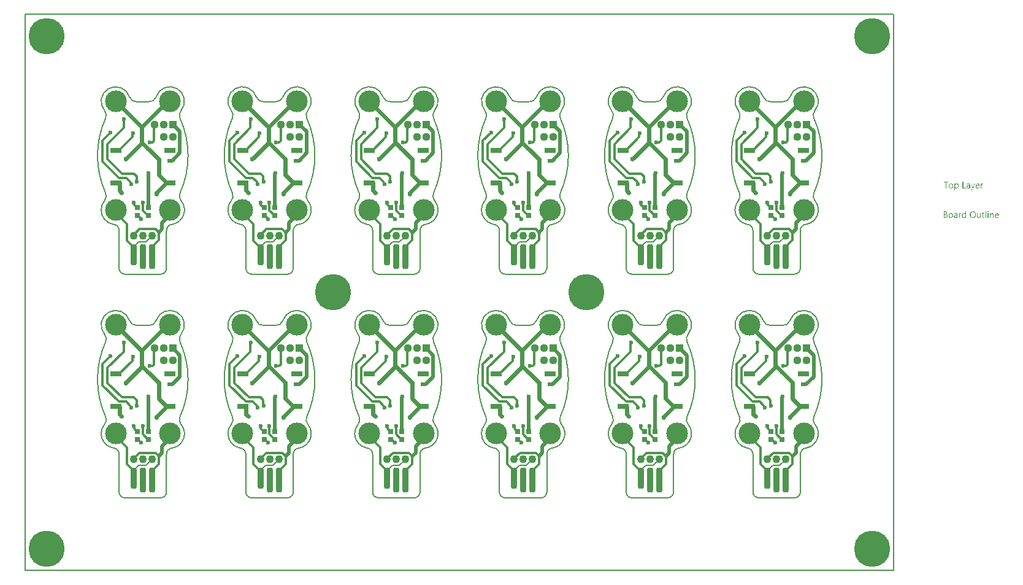
<source format=gtl>
G04*
G04 #@! TF.GenerationSoftware,Altium Limited,Altium Designer,21.9.2 (33)*
G04*
G04 Layer_Physical_Order=1*
G04 Layer_Color=255*
%FSAX25Y25*%
%MOIN*%
G70*
G04*
G04 #@! TF.SameCoordinates,9F9AC68D-029E-4633-ADBB-40B06648E365*
G04*
G04*
G04 #@! TF.FilePolarity,Positive*
G04*
G01*
G75*
%ADD10R,0.06299X0.02756*%
G04:AMPARAMS|DCode=11|XSize=35.43mil|YSize=135.83mil|CornerRadius=13.82mil|HoleSize=0mil|Usage=FLASHONLY|Rotation=0.000|XOffset=0mil|YOffset=0mil|HoleType=Round|Shape=RoundedRectangle|*
%AMROUNDEDRECTD11*
21,1,0.03543,0.10819,0,0,0.0*
21,1,0.00780,0.13583,0,0,0.0*
1,1,0.02764,0.00390,-0.05409*
1,1,0.02764,-0.00390,-0.05409*
1,1,0.02764,-0.00390,0.05409*
1,1,0.02764,0.00390,0.05409*
%
%ADD11ROUNDEDRECTD11*%
G04:AMPARAMS|DCode=12|XSize=35.43mil|YSize=116.14mil|CornerRadius=13.82mil|HoleSize=0mil|Usage=FLASHONLY|Rotation=0.000|XOffset=0mil|YOffset=0mil|HoleType=Round|Shape=RoundedRectangle|*
%AMROUNDEDRECTD12*
21,1,0.03543,0.08850,0,0,0.0*
21,1,0.00780,0.11614,0,0,0.0*
1,1,0.02764,0.00390,-0.04425*
1,1,0.02764,-0.00390,-0.04425*
1,1,0.02764,-0.00390,0.04425*
1,1,0.02764,0.00390,0.04425*
%
%ADD12ROUNDEDRECTD12*%
%ADD13R,0.03150X0.02559*%
%ADD14C,0.02362*%
%ADD15C,0.01181*%
%ADD16C,0.01968*%
%ADD17C,0.00787*%
%ADD18C,0.01339*%
%ADD19C,0.19685*%
%ADD20C,0.11811*%
%ADD21C,0.04331*%
%ADD22C,0.04370*%
%ADD23R,0.04370X0.04370*%
%ADD24C,0.02362*%
G36*
X0486770Y0190359D02*
X0486813Y0190353D01*
X0486857Y0190347D01*
X0486968Y0190322D01*
X0487092Y0190285D01*
X0487216Y0190223D01*
X0487277Y0190186D01*
X0487339Y0190136D01*
X0487395Y0190087D01*
X0487451Y0190025D01*
X0487457Y0190019D01*
X0487463Y0190013D01*
X0487475Y0189988D01*
X0487494Y0189963D01*
X0487513Y0189932D01*
X0487537Y0189889D01*
X0487562Y0189839D01*
X0487587Y0189790D01*
X0487612Y0189728D01*
X0487637Y0189660D01*
X0487661Y0189585D01*
X0487680Y0189505D01*
X0487711Y0189325D01*
X0487723Y0189226D01*
Y0189121D01*
Y0189115D01*
Y0189096D01*
Y0189059D01*
X0487717Y0189016D01*
Y0188966D01*
X0487705Y0188905D01*
X0487698Y0188836D01*
X0487686Y0188762D01*
X0487649Y0188601D01*
X0487593Y0188434D01*
X0487556Y0188354D01*
X0487519Y0188273D01*
X0487469Y0188193D01*
X0487414Y0188118D01*
X0487407Y0188112D01*
X0487401Y0188100D01*
X0487383Y0188081D01*
X0487358Y0188063D01*
X0487327Y0188032D01*
X0487290Y0188001D01*
X0487247Y0187964D01*
X0487197Y0187933D01*
X0487141Y0187896D01*
X0487079Y0187858D01*
X0486931Y0187803D01*
X0486850Y0187778D01*
X0486770Y0187759D01*
X0486677Y0187747D01*
X0486578Y0187741D01*
X0486528D01*
X0486497Y0187747D01*
X0486454Y0187753D01*
X0486411Y0187766D01*
X0486299Y0187790D01*
X0486182Y0187840D01*
X0486114Y0187877D01*
X0486052Y0187914D01*
X0485990Y0187964D01*
X0485934Y0188019D01*
X0485872Y0188081D01*
X0485823Y0188155D01*
X0485810D01*
Y0186645D01*
X0485408D01*
Y0190310D01*
X0485810D01*
Y0189864D01*
X0485823D01*
X0485829Y0189870D01*
X0485835Y0189889D01*
X0485854Y0189913D01*
X0485879Y0189944D01*
X0485910Y0189981D01*
X0485947Y0190025D01*
X0485990Y0190068D01*
X0486046Y0190118D01*
X0486101Y0190161D01*
X0486163Y0190204D01*
X0486237Y0190248D01*
X0486312Y0190285D01*
X0486399Y0190322D01*
X0486491Y0190347D01*
X0486584Y0190359D01*
X0486689Y0190365D01*
X0486739D01*
X0486770Y0190359D01*
D02*
G37*
G36*
X0500883Y0190347D02*
X0500957Y0190341D01*
X0501001Y0190328D01*
X0501032Y0190316D01*
Y0189901D01*
X0501025Y0189907D01*
X0501013Y0189913D01*
X0500988Y0189926D01*
X0500957Y0189944D01*
X0500914Y0189957D01*
X0500858Y0189969D01*
X0500796Y0189975D01*
X0500728Y0189981D01*
X0500716D01*
X0500685Y0189975D01*
X0500635Y0189969D01*
X0500580Y0189951D01*
X0500505Y0189920D01*
X0500437Y0189876D01*
X0500363Y0189814D01*
X0500295Y0189734D01*
X0500289Y0189722D01*
X0500270Y0189691D01*
X0500239Y0189635D01*
X0500208Y0189561D01*
X0500177Y0189468D01*
X0500146Y0189350D01*
X0500128Y0189220D01*
X0500122Y0189072D01*
Y0187796D01*
X0499719D01*
Y0190310D01*
X0500122D01*
Y0189790D01*
X0500134D01*
Y0189796D01*
X0500140Y0189802D01*
X0500153Y0189833D01*
X0500171Y0189883D01*
X0500202Y0189944D01*
X0500233Y0190006D01*
X0500283Y0190074D01*
X0500332Y0190143D01*
X0500394Y0190204D01*
X0500400Y0190211D01*
X0500425Y0190229D01*
X0500462Y0190254D01*
X0500512Y0190279D01*
X0500567Y0190303D01*
X0500635Y0190328D01*
X0500710Y0190347D01*
X0500790Y0190353D01*
X0500846D01*
X0500883Y0190347D01*
D02*
G37*
G36*
X0495504Y0187394D02*
X0495498Y0187388D01*
X0495492Y0187363D01*
X0495473Y0187320D01*
X0495448Y0187270D01*
X0495417Y0187215D01*
X0495374Y0187146D01*
X0495331Y0187078D01*
X0495281Y0187004D01*
X0495219Y0186930D01*
X0495157Y0186862D01*
X0495083Y0186794D01*
X0495003Y0186738D01*
X0494922Y0186688D01*
X0494829Y0186645D01*
X0494736Y0186620D01*
X0494631Y0186614D01*
X0494576D01*
X0494538Y0186620D01*
X0494458Y0186633D01*
X0494371Y0186651D01*
Y0187010D01*
X0494377D01*
X0494396Y0187004D01*
X0494421Y0186998D01*
X0494452Y0186992D01*
X0494526Y0186973D01*
X0494606Y0186967D01*
X0494619D01*
X0494656Y0186973D01*
X0494712Y0186986D01*
X0494780Y0187010D01*
X0494854Y0187054D01*
X0494891Y0187085D01*
X0494928Y0187122D01*
X0494965Y0187159D01*
X0495003Y0187208D01*
X0495034Y0187264D01*
X0495064Y0187326D01*
X0495269Y0187796D01*
X0494284Y0190310D01*
X0494730D01*
X0495411Y0188372D01*
Y0188366D01*
X0495417Y0188354D01*
X0495424Y0188335D01*
X0495430Y0188310D01*
X0495436Y0188273D01*
X0495448Y0188236D01*
X0495461Y0188180D01*
X0495479D01*
Y0188193D01*
X0495492Y0188230D01*
X0495504Y0188286D01*
X0495529Y0188366D01*
X0496241Y0190310D01*
X0496655D01*
X0495504Y0187394D01*
D02*
G37*
G36*
X0493096Y0190359D02*
X0493152Y0190353D01*
X0493220Y0190334D01*
X0493294Y0190316D01*
X0493375Y0190285D01*
X0493461Y0190248D01*
X0493542Y0190198D01*
X0493622Y0190136D01*
X0493696Y0190062D01*
X0493765Y0189969D01*
X0493820Y0189864D01*
X0493864Y0189740D01*
X0493888Y0189598D01*
X0493901Y0189431D01*
Y0187796D01*
X0493498D01*
Y0188186D01*
X0493486D01*
Y0188180D01*
X0493474Y0188168D01*
X0493461Y0188143D01*
X0493436Y0188118D01*
X0493375Y0188044D01*
X0493294Y0187964D01*
X0493183Y0187883D01*
X0493053Y0187809D01*
X0492972Y0187784D01*
X0492892Y0187759D01*
X0492805Y0187747D01*
X0492712Y0187741D01*
X0492675D01*
X0492650Y0187747D01*
X0492582Y0187753D01*
X0492502Y0187766D01*
X0492403Y0187790D01*
X0492310Y0187821D01*
X0492211Y0187871D01*
X0492124Y0187933D01*
X0492118Y0187945D01*
X0492093Y0187970D01*
X0492056Y0188013D01*
X0492019Y0188075D01*
X0491982Y0188149D01*
X0491945Y0188236D01*
X0491920Y0188341D01*
X0491914Y0188459D01*
Y0188465D01*
Y0188490D01*
X0491920Y0188527D01*
X0491926Y0188570D01*
X0491938Y0188626D01*
X0491957Y0188688D01*
X0491982Y0188756D01*
X0492019Y0188824D01*
X0492062Y0188898D01*
X0492118Y0188973D01*
X0492186Y0189041D01*
X0492267Y0189103D01*
X0492359Y0189164D01*
X0492471Y0189214D01*
X0492595Y0189251D01*
X0492743Y0189282D01*
X0493498Y0189387D01*
Y0189393D01*
Y0189412D01*
X0493492Y0189449D01*
Y0189486D01*
X0493480Y0189536D01*
X0493474Y0189592D01*
X0493436Y0189709D01*
X0493405Y0189765D01*
X0493375Y0189821D01*
X0493331Y0189876D01*
X0493282Y0189926D01*
X0493220Y0189969D01*
X0493152Y0190000D01*
X0493071Y0190019D01*
X0492978Y0190025D01*
X0492935D01*
X0492904Y0190019D01*
X0492861D01*
X0492817Y0190006D01*
X0492706Y0189988D01*
X0492582Y0189951D01*
X0492446Y0189895D01*
X0492372Y0189858D01*
X0492304Y0189821D01*
X0492229Y0189771D01*
X0492161Y0189715D01*
Y0190130D01*
X0492168D01*
X0492180Y0190143D01*
X0492199Y0190155D01*
X0492229Y0190167D01*
X0492260Y0190186D01*
X0492304Y0190204D01*
X0492353Y0190223D01*
X0492409Y0190248D01*
X0492533Y0190291D01*
X0492681Y0190328D01*
X0492842Y0190353D01*
X0493016Y0190365D01*
X0493053D01*
X0493096Y0190359D01*
D02*
G37*
G36*
X0490205Y0188168D02*
X0491617D01*
Y0187796D01*
X0489791D01*
Y0191312D01*
X0490205D01*
Y0188168D01*
D02*
G37*
G36*
X0481966Y0190941D02*
X0480951D01*
Y0187796D01*
X0480543D01*
Y0190941D01*
X0479528D01*
Y0191312D01*
X0481966D01*
Y0190941D01*
D02*
G37*
G36*
X0498160Y0190359D02*
X0498203Y0190353D01*
X0498246Y0190347D01*
X0498357Y0190328D01*
X0498481Y0190285D01*
X0498605Y0190229D01*
X0498667Y0190192D01*
X0498729Y0190149D01*
X0498785Y0190099D01*
X0498840Y0190043D01*
X0498847Y0190037D01*
X0498853Y0190031D01*
X0498865Y0190013D01*
X0498884Y0189988D01*
X0498902Y0189951D01*
X0498927Y0189913D01*
X0498952Y0189870D01*
X0498977Y0189814D01*
X0499001Y0189752D01*
X0499026Y0189691D01*
X0499051Y0189616D01*
X0499069Y0189536D01*
X0499088Y0189449D01*
X0499100Y0189363D01*
X0499113Y0189263D01*
Y0189158D01*
Y0188948D01*
X0497336D01*
Y0188942D01*
Y0188929D01*
Y0188911D01*
X0497342Y0188880D01*
X0497349Y0188843D01*
Y0188805D01*
X0497367Y0188706D01*
X0497398Y0188607D01*
X0497435Y0188496D01*
X0497491Y0188391D01*
X0497559Y0188298D01*
X0497571Y0188286D01*
X0497596Y0188261D01*
X0497646Y0188230D01*
X0497714Y0188186D01*
X0497800Y0188143D01*
X0497899Y0188112D01*
X0498017Y0188087D01*
X0498153Y0188075D01*
X0498197D01*
X0498228Y0188081D01*
X0498265D01*
X0498308Y0188087D01*
X0498413Y0188112D01*
X0498531Y0188143D01*
X0498661Y0188193D01*
X0498797Y0188261D01*
X0498865Y0188304D01*
X0498933Y0188354D01*
Y0187976D01*
X0498927D01*
X0498921Y0187964D01*
X0498902Y0187957D01*
X0498871Y0187939D01*
X0498840Y0187920D01*
X0498803Y0187902D01*
X0498754Y0187883D01*
X0498704Y0187858D01*
X0498642Y0187834D01*
X0498574Y0187815D01*
X0498426Y0187778D01*
X0498252Y0187753D01*
X0498060Y0187741D01*
X0498011D01*
X0497974Y0187747D01*
X0497930Y0187753D01*
X0497875Y0187759D01*
X0497757Y0187784D01*
X0497621Y0187821D01*
X0497485Y0187883D01*
X0497417Y0187926D01*
X0497349Y0187970D01*
X0497287Y0188019D01*
X0497225Y0188081D01*
X0497219Y0188087D01*
X0497212Y0188100D01*
X0497200Y0188118D01*
X0497175Y0188143D01*
X0497157Y0188180D01*
X0497132Y0188224D01*
X0497101Y0188273D01*
X0497076Y0188329D01*
X0497045Y0188391D01*
X0497020Y0188465D01*
X0496989Y0188546D01*
X0496971Y0188632D01*
X0496952Y0188725D01*
X0496934Y0188824D01*
X0496928Y0188929D01*
X0496921Y0189041D01*
Y0189047D01*
Y0189065D01*
Y0189096D01*
X0496928Y0189140D01*
X0496934Y0189189D01*
X0496940Y0189245D01*
X0496946Y0189313D01*
X0496965Y0189381D01*
X0497002Y0189530D01*
X0497058Y0189691D01*
X0497095Y0189771D01*
X0497144Y0189845D01*
X0497194Y0189926D01*
X0497250Y0189994D01*
X0497256Y0190000D01*
X0497268Y0190013D01*
X0497287Y0190031D01*
X0497311Y0190050D01*
X0497342Y0190081D01*
X0497379Y0190111D01*
X0497429Y0190143D01*
X0497479Y0190180D01*
X0497596Y0190248D01*
X0497739Y0190310D01*
X0497819Y0190328D01*
X0497899Y0190347D01*
X0497986Y0190359D01*
X0498079Y0190365D01*
X0498129D01*
X0498160Y0190359D01*
D02*
G37*
G36*
X0483669D02*
X0483712Y0190353D01*
X0483768Y0190347D01*
X0483891Y0190322D01*
X0484034Y0190279D01*
X0484176Y0190217D01*
X0484250Y0190180D01*
X0484319Y0190136D01*
X0484387Y0190081D01*
X0484449Y0190019D01*
X0484455Y0190013D01*
X0484461Y0190000D01*
X0484480Y0189981D01*
X0484498Y0189957D01*
X0484523Y0189920D01*
X0484548Y0189876D01*
X0484579Y0189827D01*
X0484610Y0189771D01*
X0484634Y0189703D01*
X0484665Y0189635D01*
X0484690Y0189554D01*
X0484715Y0189468D01*
X0484733Y0189375D01*
X0484752Y0189276D01*
X0484758Y0189171D01*
X0484764Y0189059D01*
Y0189053D01*
Y0189034D01*
Y0189004D01*
X0484758Y0188960D01*
X0484752Y0188911D01*
X0484746Y0188849D01*
X0484733Y0188787D01*
X0484721Y0188713D01*
X0484684Y0188564D01*
X0484622Y0188403D01*
X0484585Y0188323D01*
X0484535Y0188242D01*
X0484486Y0188168D01*
X0484424Y0188100D01*
X0484418Y0188094D01*
X0484405Y0188087D01*
X0484387Y0188069D01*
X0484362Y0188044D01*
X0484325Y0188019D01*
X0484288Y0187988D01*
X0484238Y0187951D01*
X0484182Y0187920D01*
X0484121Y0187889D01*
X0484053Y0187852D01*
X0483978Y0187821D01*
X0483898Y0187796D01*
X0483811Y0187772D01*
X0483718Y0187759D01*
X0483619Y0187747D01*
X0483514Y0187741D01*
X0483458D01*
X0483421Y0187747D01*
X0483378Y0187753D01*
X0483322Y0187759D01*
X0483260Y0187772D01*
X0483192Y0187784D01*
X0483050Y0187827D01*
X0482901Y0187889D01*
X0482827Y0187926D01*
X0482759Y0187976D01*
X0482691Y0188025D01*
X0482623Y0188087D01*
X0482616Y0188094D01*
X0482610Y0188106D01*
X0482592Y0188125D01*
X0482573Y0188149D01*
X0482548Y0188186D01*
X0482517Y0188230D01*
X0482486Y0188279D01*
X0482462Y0188335D01*
X0482431Y0188403D01*
X0482400Y0188471D01*
X0482369Y0188546D01*
X0482344Y0188632D01*
X0482307Y0188818D01*
X0482301Y0188917D01*
X0482295Y0189022D01*
Y0189028D01*
Y0189053D01*
Y0189084D01*
X0482301Y0189127D01*
X0482307Y0189177D01*
X0482313Y0189239D01*
X0482325Y0189307D01*
X0482338Y0189381D01*
X0482375Y0189542D01*
X0482437Y0189703D01*
X0482480Y0189784D01*
X0482523Y0189864D01*
X0482573Y0189938D01*
X0482635Y0190006D01*
X0482641Y0190013D01*
X0482654Y0190025D01*
X0482672Y0190037D01*
X0482697Y0190062D01*
X0482734Y0190087D01*
X0482777Y0190118D01*
X0482827Y0190155D01*
X0482882Y0190186D01*
X0482944Y0190217D01*
X0483019Y0190254D01*
X0483093Y0190285D01*
X0483180Y0190310D01*
X0483266Y0190334D01*
X0483365Y0190353D01*
X0483471Y0190359D01*
X0483576Y0190365D01*
X0483632D01*
X0483669Y0190359D01*
D02*
G37*
G36*
X0503737Y0175374D02*
X0503761D01*
X0503817Y0175349D01*
X0503848Y0175330D01*
X0503879Y0175306D01*
X0503885Y0175300D01*
X0503891Y0175293D01*
X0503922Y0175256D01*
X0503947Y0175194D01*
X0503953Y0175157D01*
X0503960Y0175120D01*
Y0175114D01*
Y0175101D01*
X0503953Y0175083D01*
X0503947Y0175058D01*
X0503929Y0174996D01*
X0503904Y0174965D01*
X0503879Y0174934D01*
X0503873D01*
X0503867Y0174922D01*
X0503829Y0174897D01*
X0503774Y0174872D01*
X0503737Y0174866D01*
X0503699Y0174860D01*
X0503681D01*
X0503662Y0174866D01*
X0503638D01*
X0503576Y0174891D01*
X0503545Y0174903D01*
X0503514Y0174928D01*
Y0174934D01*
X0503501Y0174941D01*
X0503489Y0174959D01*
X0503477Y0174978D01*
X0503452Y0175040D01*
X0503446Y0175077D01*
X0503440Y0175120D01*
Y0175126D01*
Y0175138D01*
X0503446Y0175157D01*
X0503452Y0175188D01*
X0503471Y0175244D01*
X0503489Y0175275D01*
X0503514Y0175306D01*
X0503520Y0175312D01*
X0503526Y0175318D01*
X0503563Y0175343D01*
X0503625Y0175368D01*
X0503662Y0175380D01*
X0503718D01*
X0503737Y0175374D01*
D02*
G37*
G36*
X0491747Y0171709D02*
X0491344D01*
Y0172130D01*
X0491332D01*
Y0172124D01*
X0491320Y0172112D01*
X0491301Y0172087D01*
X0491282Y0172056D01*
X0491251Y0172019D01*
X0491214Y0171982D01*
X0491171Y0171938D01*
X0491121Y0171895D01*
X0491066Y0171845D01*
X0490998Y0171802D01*
X0490930Y0171765D01*
X0490849Y0171728D01*
X0490769Y0171697D01*
X0490676Y0171672D01*
X0490577Y0171660D01*
X0490472Y0171654D01*
X0490428D01*
X0490391Y0171660D01*
X0490354Y0171666D01*
X0490304Y0171672D01*
X0490199Y0171697D01*
X0490075Y0171734D01*
X0489952Y0171796D01*
X0489883Y0171833D01*
X0489828Y0171876D01*
X0489766Y0171932D01*
X0489710Y0171988D01*
Y0171994D01*
X0489698Y0172006D01*
X0489685Y0172025D01*
X0489667Y0172050D01*
X0489648Y0172081D01*
X0489623Y0172124D01*
X0489599Y0172174D01*
X0489574Y0172229D01*
X0489543Y0172291D01*
X0489518Y0172359D01*
X0489494Y0172433D01*
X0489475Y0172514D01*
X0489456Y0172601D01*
X0489444Y0172700D01*
X0489438Y0172799D01*
X0489432Y0172904D01*
Y0172910D01*
Y0172929D01*
Y0172966D01*
X0489438Y0173009D01*
X0489444Y0173059D01*
X0489450Y0173121D01*
X0489456Y0173189D01*
X0489469Y0173263D01*
X0489506Y0173424D01*
X0489562Y0173591D01*
X0489599Y0173671D01*
X0489642Y0173752D01*
X0489685Y0173826D01*
X0489741Y0173900D01*
X0489747Y0173907D01*
X0489753Y0173919D01*
X0489772Y0173938D01*
X0489797Y0173962D01*
X0489828Y0173987D01*
X0489871Y0174018D01*
X0489914Y0174055D01*
X0489964Y0174092D01*
X0490088Y0174161D01*
X0490230Y0174222D01*
X0490310Y0174241D01*
X0490397Y0174259D01*
X0490484Y0174272D01*
X0490583Y0174278D01*
X0490632D01*
X0490670Y0174272D01*
X0490707Y0174266D01*
X0490756Y0174259D01*
X0490868Y0174229D01*
X0490991Y0174179D01*
X0491053Y0174148D01*
X0491115Y0174105D01*
X0491177Y0174062D01*
X0491233Y0174006D01*
X0491282Y0173944D01*
X0491332Y0173870D01*
X0491344D01*
Y0175429D01*
X0491747D01*
Y0171709D01*
D02*
G37*
G36*
X0506015Y0174272D02*
X0506089Y0174266D01*
X0506182Y0174247D01*
X0506281Y0174216D01*
X0506386Y0174167D01*
X0506491Y0174099D01*
X0506534Y0174062D01*
X0506578Y0174012D01*
X0506590Y0174000D01*
X0506615Y0173962D01*
X0506646Y0173900D01*
X0506689Y0173814D01*
X0506726Y0173709D01*
X0506764Y0173579D01*
X0506788Y0173424D01*
X0506795Y0173244D01*
Y0171709D01*
X0506392D01*
Y0173139D01*
Y0173145D01*
Y0173176D01*
X0506386Y0173213D01*
Y0173263D01*
X0506374Y0173325D01*
X0506361Y0173393D01*
X0506343Y0173467D01*
X0506318Y0173541D01*
X0506287Y0173616D01*
X0506250Y0173684D01*
X0506200Y0173752D01*
X0506145Y0173814D01*
X0506083Y0173863D01*
X0506002Y0173900D01*
X0505915Y0173932D01*
X0505810Y0173938D01*
X0505798D01*
X0505761Y0173932D01*
X0505705Y0173925D01*
X0505637Y0173907D01*
X0505556Y0173882D01*
X0505470Y0173839D01*
X0505389Y0173783D01*
X0505309Y0173709D01*
X0505303Y0173696D01*
X0505278Y0173671D01*
X0505247Y0173622D01*
X0505210Y0173554D01*
X0505173Y0173473D01*
X0505142Y0173374D01*
X0505117Y0173263D01*
X0505111Y0173139D01*
Y0171709D01*
X0504708D01*
Y0174222D01*
X0505111D01*
Y0173802D01*
X0505123D01*
X0505129Y0173808D01*
X0505136Y0173820D01*
X0505154Y0173845D01*
X0505179Y0173876D01*
X0505204Y0173913D01*
X0505241Y0173950D01*
X0505284Y0173993D01*
X0505334Y0174043D01*
X0505389Y0174086D01*
X0505451Y0174130D01*
X0505519Y0174167D01*
X0505594Y0174204D01*
X0505668Y0174235D01*
X0505755Y0174259D01*
X0505847Y0174272D01*
X0505946Y0174278D01*
X0505984D01*
X0506015Y0174272D01*
D02*
G37*
G36*
X0489017Y0174259D02*
X0489091Y0174253D01*
X0489134Y0174241D01*
X0489165Y0174229D01*
Y0173814D01*
X0489159Y0173820D01*
X0489147Y0173826D01*
X0489122Y0173839D01*
X0489091Y0173857D01*
X0489048Y0173870D01*
X0488992Y0173882D01*
X0488930Y0173888D01*
X0488862Y0173894D01*
X0488850D01*
X0488819Y0173888D01*
X0488769Y0173882D01*
X0488714Y0173863D01*
X0488639Y0173832D01*
X0488571Y0173789D01*
X0488497Y0173727D01*
X0488429Y0173647D01*
X0488423Y0173634D01*
X0488404Y0173603D01*
X0488373Y0173548D01*
X0488342Y0173473D01*
X0488311Y0173381D01*
X0488280Y0173263D01*
X0488262Y0173133D01*
X0488256Y0172984D01*
Y0171709D01*
X0487853D01*
Y0174222D01*
X0488256D01*
Y0173702D01*
X0488268D01*
Y0173709D01*
X0488274Y0173715D01*
X0488286Y0173746D01*
X0488305Y0173795D01*
X0488336Y0173857D01*
X0488367Y0173919D01*
X0488416Y0173987D01*
X0488466Y0174055D01*
X0488528Y0174117D01*
X0488534Y0174123D01*
X0488559Y0174142D01*
X0488596Y0174167D01*
X0488645Y0174191D01*
X0488701Y0174216D01*
X0488769Y0174241D01*
X0488843Y0174259D01*
X0488924Y0174266D01*
X0488980D01*
X0489017Y0174259D01*
D02*
G37*
G36*
X0499756Y0171709D02*
X0499354D01*
Y0172105D01*
X0499342D01*
Y0172099D01*
X0499329Y0172087D01*
X0499317Y0172062D01*
X0499292Y0172037D01*
X0499236Y0171963D01*
X0499150Y0171883D01*
X0499100Y0171839D01*
X0499045Y0171796D01*
X0498983Y0171759D01*
X0498908Y0171722D01*
X0498834Y0171697D01*
X0498754Y0171672D01*
X0498661Y0171660D01*
X0498568Y0171654D01*
X0498531D01*
X0498488Y0171660D01*
X0498426Y0171672D01*
X0498357Y0171685D01*
X0498283Y0171709D01*
X0498203Y0171740D01*
X0498122Y0171790D01*
X0498036Y0171845D01*
X0497955Y0171914D01*
X0497881Y0172000D01*
X0497813Y0172105D01*
X0497751Y0172223D01*
X0497708Y0172365D01*
X0497683Y0172532D01*
X0497670Y0172619D01*
Y0172718D01*
Y0174222D01*
X0498067D01*
Y0172780D01*
Y0172774D01*
Y0172749D01*
X0498073Y0172706D01*
X0498079Y0172656D01*
X0498085Y0172594D01*
X0498098Y0172532D01*
X0498116Y0172458D01*
X0498141Y0172384D01*
X0498178Y0172310D01*
X0498215Y0172242D01*
X0498265Y0172174D01*
X0498327Y0172112D01*
X0498395Y0172062D01*
X0498475Y0172025D01*
X0498574Y0171994D01*
X0498679Y0171988D01*
X0498692D01*
X0498729Y0171994D01*
X0498785Y0172000D01*
X0498847Y0172013D01*
X0498927Y0172044D01*
X0499008Y0172081D01*
X0499088Y0172130D01*
X0499162Y0172204D01*
X0499168Y0172217D01*
X0499193Y0172242D01*
X0499224Y0172291D01*
X0499261Y0172359D01*
X0499292Y0172440D01*
X0499323Y0172539D01*
X0499348Y0172650D01*
X0499354Y0172774D01*
Y0174222D01*
X0499756D01*
Y0171709D01*
D02*
G37*
G36*
X0503891D02*
X0503489D01*
Y0174222D01*
X0503891D01*
Y0171709D01*
D02*
G37*
G36*
X0502672D02*
X0502270D01*
Y0175429D01*
X0502672D01*
Y0171709D01*
D02*
G37*
G36*
X0486293Y0174272D02*
X0486349Y0174266D01*
X0486417Y0174247D01*
X0486491Y0174229D01*
X0486572Y0174198D01*
X0486658Y0174161D01*
X0486739Y0174111D01*
X0486819Y0174049D01*
X0486894Y0173975D01*
X0486962Y0173882D01*
X0487017Y0173777D01*
X0487061Y0173653D01*
X0487085Y0173511D01*
X0487098Y0173343D01*
Y0171709D01*
X0486696D01*
Y0172099D01*
X0486683D01*
Y0172093D01*
X0486671Y0172081D01*
X0486658Y0172056D01*
X0486634Y0172031D01*
X0486572Y0171957D01*
X0486491Y0171876D01*
X0486380Y0171796D01*
X0486250Y0171722D01*
X0486169Y0171697D01*
X0486089Y0171672D01*
X0486002Y0171660D01*
X0485910Y0171654D01*
X0485872D01*
X0485848Y0171660D01*
X0485779Y0171666D01*
X0485699Y0171678D01*
X0485600Y0171703D01*
X0485507Y0171734D01*
X0485408Y0171783D01*
X0485321Y0171845D01*
X0485315Y0171858D01*
X0485290Y0171883D01*
X0485253Y0171926D01*
X0485216Y0171988D01*
X0485179Y0172062D01*
X0485142Y0172149D01*
X0485117Y0172254D01*
X0485111Y0172372D01*
Y0172378D01*
Y0172403D01*
X0485117Y0172440D01*
X0485123Y0172483D01*
X0485136Y0172539D01*
X0485154Y0172601D01*
X0485179Y0172669D01*
X0485216Y0172737D01*
X0485259Y0172811D01*
X0485315Y0172885D01*
X0485383Y0172953D01*
X0485464Y0173015D01*
X0485557Y0173077D01*
X0485668Y0173127D01*
X0485792Y0173164D01*
X0485940Y0173195D01*
X0486696Y0173300D01*
Y0173306D01*
Y0173325D01*
X0486689Y0173362D01*
Y0173399D01*
X0486677Y0173449D01*
X0486671Y0173504D01*
X0486634Y0173622D01*
X0486603Y0173678D01*
X0486572Y0173733D01*
X0486528Y0173789D01*
X0486479Y0173839D01*
X0486417Y0173882D01*
X0486349Y0173913D01*
X0486269Y0173932D01*
X0486176Y0173938D01*
X0486132D01*
X0486101Y0173932D01*
X0486058D01*
X0486015Y0173919D01*
X0485903Y0173900D01*
X0485779Y0173863D01*
X0485643Y0173808D01*
X0485569Y0173770D01*
X0485501Y0173733D01*
X0485427Y0173684D01*
X0485358Y0173628D01*
Y0174043D01*
X0485365D01*
X0485377Y0174055D01*
X0485396Y0174068D01*
X0485427Y0174080D01*
X0485458Y0174099D01*
X0485501Y0174117D01*
X0485550Y0174136D01*
X0485606Y0174161D01*
X0485730Y0174204D01*
X0485879Y0174241D01*
X0486039Y0174266D01*
X0486213Y0174278D01*
X0486250D01*
X0486293Y0174272D01*
D02*
G37*
G36*
X0480605Y0175219D02*
X0480648D01*
X0480691Y0175213D01*
X0480790Y0175200D01*
X0480908Y0175170D01*
X0481032Y0175132D01*
X0481149Y0175077D01*
X0481255Y0175002D01*
X0481261D01*
X0481267Y0174990D01*
X0481298Y0174965D01*
X0481341Y0174916D01*
X0481391Y0174848D01*
X0481434Y0174761D01*
X0481477Y0174662D01*
X0481508Y0174550D01*
X0481521Y0174489D01*
Y0174420D01*
Y0174414D01*
Y0174408D01*
Y0174371D01*
X0481515Y0174315D01*
X0481502Y0174247D01*
X0481484Y0174161D01*
X0481453Y0174074D01*
X0481416Y0173987D01*
X0481360Y0173900D01*
X0481354Y0173888D01*
X0481329Y0173863D01*
X0481292Y0173826D01*
X0481242Y0173777D01*
X0481180Y0173727D01*
X0481106Y0173671D01*
X0481013Y0173628D01*
X0480914Y0173585D01*
Y0173579D01*
X0480933D01*
X0480951Y0173573D01*
X0480970Y0173566D01*
X0481038Y0173554D01*
X0481118Y0173529D01*
X0481205Y0173492D01*
X0481298Y0173449D01*
X0481391Y0173387D01*
X0481477Y0173306D01*
X0481490Y0173294D01*
X0481515Y0173263D01*
X0481545Y0173220D01*
X0481589Y0173152D01*
X0481626Y0173065D01*
X0481663Y0172966D01*
X0481688Y0172848D01*
X0481694Y0172718D01*
Y0172712D01*
Y0172700D01*
Y0172675D01*
X0481688Y0172644D01*
X0481682Y0172607D01*
X0481675Y0172564D01*
X0481651Y0172458D01*
X0481614Y0172341D01*
X0481558Y0172217D01*
X0481521Y0172161D01*
X0481477Y0172099D01*
X0481422Y0172044D01*
X0481366Y0171988D01*
X0481360D01*
X0481354Y0171975D01*
X0481335Y0171963D01*
X0481310Y0171944D01*
X0481279Y0171926D01*
X0481236Y0171901D01*
X0481143Y0171852D01*
X0481026Y0171796D01*
X0480889Y0171753D01*
X0480728Y0171722D01*
X0480648Y0171715D01*
X0480555Y0171709D01*
X0479528D01*
Y0175225D01*
X0480574D01*
X0480605Y0175219D01*
D02*
G37*
G36*
X0501100Y0174222D02*
X0501737D01*
Y0173876D01*
X0501100D01*
Y0172458D01*
Y0172446D01*
Y0172415D01*
X0501106Y0172372D01*
X0501112Y0172316D01*
X0501137Y0172198D01*
X0501155Y0172143D01*
X0501186Y0172099D01*
X0501193Y0172093D01*
X0501205Y0172081D01*
X0501224Y0172068D01*
X0501255Y0172050D01*
X0501292Y0172025D01*
X0501341Y0172013D01*
X0501403Y0172000D01*
X0501471Y0171994D01*
X0501496D01*
X0501527Y0172000D01*
X0501564Y0172006D01*
X0501651Y0172031D01*
X0501694Y0172050D01*
X0501737Y0172074D01*
Y0171728D01*
X0501731D01*
X0501713Y0171715D01*
X0501682Y0171709D01*
X0501638Y0171697D01*
X0501582Y0171685D01*
X0501521Y0171672D01*
X0501446Y0171666D01*
X0501360Y0171660D01*
X0501329D01*
X0501298Y0171666D01*
X0501255Y0171672D01*
X0501205Y0171685D01*
X0501149Y0171697D01*
X0501093Y0171722D01*
X0501032Y0171753D01*
X0500970Y0171790D01*
X0500908Y0171839D01*
X0500852Y0171895D01*
X0500803Y0171969D01*
X0500759Y0172050D01*
X0500728Y0172149D01*
X0500703Y0172260D01*
X0500697Y0172390D01*
Y0173876D01*
X0500270D01*
Y0174222D01*
X0500697D01*
Y0174835D01*
X0501100Y0174965D01*
Y0174222D01*
D02*
G37*
G36*
X0508627Y0174272D02*
X0508670Y0174266D01*
X0508713Y0174259D01*
X0508825Y0174241D01*
X0508949Y0174198D01*
X0509072Y0174142D01*
X0509134Y0174105D01*
X0509196Y0174062D01*
X0509252Y0174012D01*
X0509308Y0173956D01*
X0509314Y0173950D01*
X0509320Y0173944D01*
X0509332Y0173925D01*
X0509351Y0173900D01*
X0509370Y0173863D01*
X0509394Y0173826D01*
X0509419Y0173783D01*
X0509444Y0173727D01*
X0509469Y0173665D01*
X0509493Y0173603D01*
X0509518Y0173529D01*
X0509537Y0173449D01*
X0509555Y0173362D01*
X0509568Y0173275D01*
X0509580Y0173176D01*
Y0173071D01*
Y0172861D01*
X0507803D01*
Y0172854D01*
Y0172842D01*
Y0172824D01*
X0507810Y0172792D01*
X0507816Y0172755D01*
Y0172718D01*
X0507834Y0172619D01*
X0507865Y0172520D01*
X0507902Y0172409D01*
X0507958Y0172303D01*
X0508026Y0172211D01*
X0508039Y0172198D01*
X0508064Y0172174D01*
X0508113Y0172143D01*
X0508181Y0172099D01*
X0508268Y0172056D01*
X0508367Y0172025D01*
X0508484Y0172000D01*
X0508621Y0171988D01*
X0508664D01*
X0508695Y0171994D01*
X0508732D01*
X0508775Y0172000D01*
X0508881Y0172025D01*
X0508998Y0172056D01*
X0509128Y0172105D01*
X0509264Y0172174D01*
X0509332Y0172217D01*
X0509401Y0172266D01*
Y0171889D01*
X0509394D01*
X0509388Y0171876D01*
X0509370Y0171870D01*
X0509339Y0171852D01*
X0509308Y0171833D01*
X0509270Y0171815D01*
X0509221Y0171796D01*
X0509171Y0171771D01*
X0509110Y0171746D01*
X0509042Y0171728D01*
X0508893Y0171691D01*
X0508720Y0171666D01*
X0508528Y0171654D01*
X0508478D01*
X0508441Y0171660D01*
X0508398Y0171666D01*
X0508342Y0171672D01*
X0508224Y0171697D01*
X0508088Y0171734D01*
X0507952Y0171796D01*
X0507884Y0171839D01*
X0507816Y0171883D01*
X0507754Y0171932D01*
X0507692Y0171994D01*
X0507686Y0172000D01*
X0507680Y0172013D01*
X0507667Y0172031D01*
X0507643Y0172056D01*
X0507624Y0172093D01*
X0507599Y0172136D01*
X0507568Y0172186D01*
X0507544Y0172242D01*
X0507513Y0172303D01*
X0507488Y0172378D01*
X0507457Y0172458D01*
X0507438Y0172545D01*
X0507420Y0172638D01*
X0507401Y0172737D01*
X0507395Y0172842D01*
X0507389Y0172953D01*
Y0172960D01*
Y0172978D01*
Y0173009D01*
X0507395Y0173053D01*
X0507401Y0173102D01*
X0507407Y0173158D01*
X0507413Y0173226D01*
X0507432Y0173294D01*
X0507469Y0173442D01*
X0507525Y0173603D01*
X0507562Y0173684D01*
X0507612Y0173758D01*
X0507661Y0173839D01*
X0507717Y0173907D01*
X0507723Y0173913D01*
X0507735Y0173925D01*
X0507754Y0173944D01*
X0507779Y0173962D01*
X0507810Y0173993D01*
X0507847Y0174024D01*
X0507896Y0174055D01*
X0507946Y0174092D01*
X0508064Y0174161D01*
X0508206Y0174222D01*
X0508286Y0174241D01*
X0508367Y0174259D01*
X0508453Y0174272D01*
X0508546Y0174278D01*
X0508596D01*
X0508627Y0174272D01*
D02*
G37*
G36*
X0495584Y0175281D02*
X0495646Y0175275D01*
X0495721Y0175262D01*
X0495801Y0175244D01*
X0495888Y0175225D01*
X0495974Y0175200D01*
X0496073Y0175170D01*
X0496166Y0175126D01*
X0496265Y0175077D01*
X0496364Y0175021D01*
X0496457Y0174953D01*
X0496550Y0174879D01*
X0496637Y0174792D01*
X0496643Y0174786D01*
X0496655Y0174767D01*
X0496680Y0174742D01*
X0496705Y0174705D01*
X0496742Y0174656D01*
X0496779Y0174594D01*
X0496816Y0174526D01*
X0496860Y0174451D01*
X0496903Y0174359D01*
X0496940Y0174266D01*
X0496977Y0174161D01*
X0497014Y0174043D01*
X0497039Y0173925D01*
X0497064Y0173795D01*
X0497076Y0173653D01*
X0497082Y0173511D01*
Y0173498D01*
Y0173473D01*
Y0173430D01*
X0497076Y0173368D01*
X0497070Y0173294D01*
X0497058Y0173213D01*
X0497045Y0173121D01*
X0497027Y0173015D01*
X0497002Y0172910D01*
X0496971Y0172799D01*
X0496934Y0172687D01*
X0496890Y0172576D01*
X0496835Y0172458D01*
X0496773Y0172353D01*
X0496705Y0172248D01*
X0496624Y0172149D01*
X0496618Y0172143D01*
X0496606Y0172130D01*
X0496575Y0172105D01*
X0496544Y0172074D01*
X0496494Y0172031D01*
X0496439Y0171994D01*
X0496377Y0171944D01*
X0496303Y0171901D01*
X0496222Y0171858D01*
X0496129Y0171808D01*
X0496030Y0171771D01*
X0495919Y0171734D01*
X0495801Y0171697D01*
X0495677Y0171672D01*
X0495547Y0171660D01*
X0495405Y0171654D01*
X0495374D01*
X0495331Y0171660D01*
X0495281D01*
X0495219Y0171666D01*
X0495145Y0171678D01*
X0495064Y0171697D01*
X0494972Y0171715D01*
X0494879Y0171740D01*
X0494780Y0171771D01*
X0494681Y0171815D01*
X0494582Y0171858D01*
X0494483Y0171914D01*
X0494384Y0171982D01*
X0494291Y0172056D01*
X0494204Y0172143D01*
X0494198Y0172149D01*
X0494185Y0172167D01*
X0494161Y0172192D01*
X0494136Y0172229D01*
X0494099Y0172279D01*
X0494062Y0172341D01*
X0494025Y0172409D01*
X0493981Y0172489D01*
X0493938Y0172576D01*
X0493901Y0172669D01*
X0493864Y0172774D01*
X0493826Y0172892D01*
X0493802Y0173009D01*
X0493777Y0173139D01*
X0493765Y0173282D01*
X0493758Y0173424D01*
Y0173436D01*
Y0173461D01*
X0493765Y0173504D01*
Y0173566D01*
X0493771Y0173634D01*
X0493783Y0173721D01*
X0493795Y0173814D01*
X0493814Y0173913D01*
X0493839Y0174018D01*
X0493870Y0174130D01*
X0493907Y0174241D01*
X0493950Y0174352D01*
X0494006Y0174464D01*
X0494068Y0174575D01*
X0494136Y0174680D01*
X0494216Y0174779D01*
X0494223Y0174786D01*
X0494235Y0174804D01*
X0494266Y0174829D01*
X0494303Y0174860D01*
X0494346Y0174897D01*
X0494402Y0174941D01*
X0494470Y0174984D01*
X0494545Y0175033D01*
X0494631Y0175083D01*
X0494724Y0175126D01*
X0494823Y0175170D01*
X0494935Y0175207D01*
X0495058Y0175238D01*
X0495188Y0175268D01*
X0495324Y0175281D01*
X0495467Y0175287D01*
X0495535D01*
X0495584Y0175281D01*
D02*
G37*
G36*
X0483557Y0174272D02*
X0483601Y0174266D01*
X0483656Y0174259D01*
X0483780Y0174235D01*
X0483922Y0174191D01*
X0484065Y0174130D01*
X0484139Y0174092D01*
X0484207Y0174049D01*
X0484275Y0173993D01*
X0484337Y0173932D01*
X0484343Y0173925D01*
X0484350Y0173913D01*
X0484368Y0173894D01*
X0484387Y0173870D01*
X0484411Y0173832D01*
X0484436Y0173789D01*
X0484467Y0173740D01*
X0484498Y0173684D01*
X0484523Y0173616D01*
X0484554Y0173548D01*
X0484579Y0173467D01*
X0484603Y0173381D01*
X0484622Y0173288D01*
X0484641Y0173189D01*
X0484647Y0173083D01*
X0484653Y0172972D01*
Y0172966D01*
Y0172947D01*
Y0172916D01*
X0484647Y0172873D01*
X0484641Y0172824D01*
X0484634Y0172762D01*
X0484622Y0172700D01*
X0484610Y0172625D01*
X0484572Y0172477D01*
X0484511Y0172316D01*
X0484473Y0172235D01*
X0484424Y0172155D01*
X0484374Y0172081D01*
X0484312Y0172013D01*
X0484306Y0172006D01*
X0484294Y0172000D01*
X0484275Y0171982D01*
X0484250Y0171957D01*
X0484213Y0171932D01*
X0484176Y0171901D01*
X0484127Y0171864D01*
X0484071Y0171833D01*
X0484009Y0171802D01*
X0483941Y0171765D01*
X0483867Y0171734D01*
X0483786Y0171709D01*
X0483700Y0171685D01*
X0483607Y0171672D01*
X0483508Y0171660D01*
X0483402Y0171654D01*
X0483347D01*
X0483310Y0171660D01*
X0483266Y0171666D01*
X0483211Y0171672D01*
X0483149Y0171685D01*
X0483081Y0171697D01*
X0482938Y0171740D01*
X0482790Y0171802D01*
X0482715Y0171839D01*
X0482647Y0171889D01*
X0482579Y0171938D01*
X0482511Y0172000D01*
X0482505Y0172006D01*
X0482499Y0172019D01*
X0482480Y0172037D01*
X0482462Y0172062D01*
X0482437Y0172099D01*
X0482406Y0172143D01*
X0482375Y0172192D01*
X0482350Y0172248D01*
X0482319Y0172316D01*
X0482288Y0172384D01*
X0482257Y0172458D01*
X0482233Y0172545D01*
X0482195Y0172731D01*
X0482189Y0172830D01*
X0482183Y0172935D01*
Y0172941D01*
Y0172966D01*
Y0172997D01*
X0482189Y0173040D01*
X0482195Y0173090D01*
X0482202Y0173152D01*
X0482214Y0173220D01*
X0482226Y0173294D01*
X0482264Y0173455D01*
X0482325Y0173616D01*
X0482369Y0173696D01*
X0482412Y0173777D01*
X0482462Y0173851D01*
X0482523Y0173919D01*
X0482530Y0173925D01*
X0482542Y0173938D01*
X0482561Y0173950D01*
X0482585Y0173975D01*
X0482623Y0174000D01*
X0482666Y0174030D01*
X0482715Y0174068D01*
X0482771Y0174099D01*
X0482833Y0174130D01*
X0482907Y0174167D01*
X0482982Y0174198D01*
X0483068Y0174222D01*
X0483155Y0174247D01*
X0483254Y0174266D01*
X0483359Y0174272D01*
X0483464Y0174278D01*
X0483520D01*
X0483557Y0174272D01*
D02*
G37*
%LPC*%
G36*
X0486590Y0190025D02*
X0486559D01*
X0486535Y0190019D01*
X0486467Y0190013D01*
X0486386Y0189994D01*
X0486299Y0189963D01*
X0486200Y0189920D01*
X0486107Y0189858D01*
X0486021Y0189777D01*
X0486015Y0189765D01*
X0485990Y0189734D01*
X0485953Y0189684D01*
X0485916Y0189610D01*
X0485879Y0189523D01*
X0485841Y0189418D01*
X0485817Y0189301D01*
X0485810Y0189171D01*
Y0188818D01*
Y0188812D01*
Y0188805D01*
X0485817Y0188768D01*
X0485823Y0188706D01*
X0485835Y0188638D01*
X0485860Y0188552D01*
X0485897Y0188465D01*
X0485947Y0188378D01*
X0486015Y0188292D01*
X0486027Y0188286D01*
X0486052Y0188261D01*
X0486095Y0188224D01*
X0486157Y0188186D01*
X0486231Y0188143D01*
X0486318Y0188112D01*
X0486417Y0188087D01*
X0486528Y0188075D01*
X0486566D01*
X0486590Y0188081D01*
X0486652Y0188087D01*
X0486739Y0188112D01*
X0486826Y0188143D01*
X0486925Y0188193D01*
X0487017Y0188261D01*
X0487061Y0188304D01*
X0487098Y0188354D01*
Y0188360D01*
X0487104Y0188366D01*
X0487116Y0188384D01*
X0487129Y0188403D01*
X0487148Y0188434D01*
X0487166Y0188471D01*
X0487203Y0188558D01*
X0487240Y0188669D01*
X0487277Y0188799D01*
X0487302Y0188954D01*
X0487308Y0189134D01*
Y0189140D01*
Y0189152D01*
Y0189171D01*
Y0189202D01*
X0487302Y0189239D01*
X0487296Y0189276D01*
X0487284Y0189369D01*
X0487259Y0189474D01*
X0487228Y0189585D01*
X0487178Y0189691D01*
X0487116Y0189784D01*
X0487110Y0189796D01*
X0487079Y0189821D01*
X0487036Y0189858D01*
X0486980Y0189907D01*
X0486906Y0189951D01*
X0486813Y0189988D01*
X0486708Y0190013D01*
X0486590Y0190025D01*
D02*
G37*
G36*
X0493498Y0189065D02*
X0492892Y0188979D01*
X0492879D01*
X0492848Y0188973D01*
X0492799Y0188960D01*
X0492737Y0188948D01*
X0492669Y0188929D01*
X0492595Y0188905D01*
X0492533Y0188880D01*
X0492471Y0188843D01*
X0492465Y0188836D01*
X0492446Y0188824D01*
X0492427Y0188799D01*
X0492403Y0188762D01*
X0492372Y0188713D01*
X0492353Y0188651D01*
X0492335Y0188576D01*
X0492329Y0188490D01*
Y0188484D01*
Y0188459D01*
X0492335Y0188428D01*
X0492347Y0188384D01*
X0492359Y0188335D01*
X0492384Y0188286D01*
X0492415Y0188236D01*
X0492458Y0188186D01*
X0492465Y0188180D01*
X0492483Y0188168D01*
X0492514Y0188149D01*
X0492551Y0188131D01*
X0492601Y0188112D01*
X0492663Y0188094D01*
X0492731Y0188081D01*
X0492811Y0188075D01*
X0492824D01*
X0492861Y0188081D01*
X0492916Y0188087D01*
X0492985Y0188100D01*
X0493059Y0188125D01*
X0493146Y0188162D01*
X0493226Y0188217D01*
X0493300Y0188286D01*
X0493306Y0188298D01*
X0493331Y0188323D01*
X0493362Y0188366D01*
X0493399Y0188428D01*
X0493436Y0188508D01*
X0493467Y0188595D01*
X0493492Y0188700D01*
X0493498Y0188812D01*
Y0189065D01*
D02*
G37*
G36*
X0498073Y0190025D02*
X0498023D01*
X0497974Y0190013D01*
X0497906Y0190000D01*
X0497831Y0189975D01*
X0497745Y0189938D01*
X0497664Y0189889D01*
X0497584Y0189821D01*
X0497578Y0189814D01*
X0497553Y0189784D01*
X0497522Y0189740D01*
X0497479Y0189678D01*
X0497435Y0189604D01*
X0497398Y0189511D01*
X0497367Y0189406D01*
X0497342Y0189288D01*
X0498698D01*
Y0189295D01*
Y0189307D01*
Y0189319D01*
Y0189344D01*
X0498692Y0189412D01*
X0498679Y0189486D01*
X0498655Y0189579D01*
X0498630Y0189666D01*
X0498587Y0189752D01*
X0498531Y0189833D01*
X0498525Y0189839D01*
X0498500Y0189864D01*
X0498463Y0189895D01*
X0498413Y0189932D01*
X0498345Y0189963D01*
X0498265Y0189994D01*
X0498178Y0190019D01*
X0498073Y0190025D01*
D02*
G37*
G36*
X0483545D02*
X0483508D01*
X0483483Y0190019D01*
X0483409Y0190013D01*
X0483322Y0189994D01*
X0483223Y0189963D01*
X0483118Y0189913D01*
X0483019Y0189845D01*
X0482969Y0189808D01*
X0482926Y0189759D01*
X0482913Y0189746D01*
X0482889Y0189709D01*
X0482858Y0189654D01*
X0482815Y0189573D01*
X0482771Y0189468D01*
X0482740Y0189344D01*
X0482715Y0189202D01*
X0482703Y0189034D01*
Y0189028D01*
Y0189016D01*
Y0188991D01*
X0482709Y0188960D01*
Y0188923D01*
X0482715Y0188880D01*
X0482734Y0188781D01*
X0482759Y0188669D01*
X0482802Y0188552D01*
X0482858Y0188434D01*
X0482932Y0188329D01*
X0482944Y0188316D01*
X0482975Y0188292D01*
X0483025Y0188248D01*
X0483093Y0188205D01*
X0483180Y0188155D01*
X0483285Y0188112D01*
X0483409Y0188087D01*
X0483545Y0188075D01*
X0483582D01*
X0483607Y0188081D01*
X0483681Y0188087D01*
X0483768Y0188106D01*
X0483861Y0188137D01*
X0483966Y0188180D01*
X0484059Y0188242D01*
X0484145Y0188323D01*
X0484152Y0188335D01*
X0484176Y0188372D01*
X0484213Y0188428D01*
X0484250Y0188508D01*
X0484288Y0188614D01*
X0484325Y0188737D01*
X0484350Y0188880D01*
X0484356Y0189047D01*
Y0189053D01*
Y0189065D01*
Y0189090D01*
Y0189127D01*
X0484350Y0189164D01*
X0484343Y0189208D01*
X0484331Y0189313D01*
X0484306Y0189431D01*
X0484269Y0189548D01*
X0484213Y0189666D01*
X0484145Y0189771D01*
X0484133Y0189784D01*
X0484108Y0189808D01*
X0484059Y0189852D01*
X0483990Y0189901D01*
X0483904Y0189944D01*
X0483805Y0189988D01*
X0483681Y0190013D01*
X0483545Y0190025D01*
D02*
G37*
G36*
X0490632Y0173938D02*
X0490595D01*
X0490570Y0173932D01*
X0490502Y0173925D01*
X0490422Y0173907D01*
X0490329Y0173870D01*
X0490230Y0173820D01*
X0490137Y0173758D01*
X0490094Y0173715D01*
X0490051Y0173665D01*
X0490044Y0173653D01*
X0490020Y0173616D01*
X0489983Y0173554D01*
X0489945Y0173473D01*
X0489908Y0173368D01*
X0489871Y0173238D01*
X0489846Y0173090D01*
X0489840Y0172923D01*
Y0172916D01*
Y0172904D01*
Y0172879D01*
X0489846Y0172848D01*
Y0172817D01*
X0489853Y0172774D01*
X0489865Y0172675D01*
X0489890Y0172564D01*
X0489927Y0172452D01*
X0489976Y0172341D01*
X0490044Y0172235D01*
X0490057Y0172223D01*
X0490082Y0172198D01*
X0490125Y0172155D01*
X0490187Y0172112D01*
X0490267Y0172068D01*
X0490360Y0172025D01*
X0490465Y0172000D01*
X0490589Y0171988D01*
X0490620D01*
X0490645Y0171994D01*
X0490707Y0172000D01*
X0490781Y0172019D01*
X0490868Y0172050D01*
X0490961Y0172087D01*
X0491047Y0172149D01*
X0491134Y0172229D01*
X0491140Y0172242D01*
X0491165Y0172273D01*
X0491202Y0172328D01*
X0491239Y0172396D01*
X0491276Y0172483D01*
X0491313Y0172588D01*
X0491338Y0172712D01*
X0491344Y0172842D01*
Y0173213D01*
Y0173220D01*
Y0173226D01*
Y0173263D01*
X0491332Y0173319D01*
X0491320Y0173393D01*
X0491295Y0173473D01*
X0491258Y0173560D01*
X0491208Y0173647D01*
X0491140Y0173727D01*
X0491134Y0173733D01*
X0491103Y0173758D01*
X0491059Y0173795D01*
X0491004Y0173832D01*
X0490930Y0173870D01*
X0490843Y0173907D01*
X0490744Y0173932D01*
X0490632Y0173938D01*
D02*
G37*
G36*
X0486696Y0172978D02*
X0486089Y0172892D01*
X0486077D01*
X0486046Y0172885D01*
X0485996Y0172873D01*
X0485934Y0172861D01*
X0485866Y0172842D01*
X0485792Y0172817D01*
X0485730Y0172792D01*
X0485668Y0172755D01*
X0485662Y0172749D01*
X0485643Y0172737D01*
X0485625Y0172712D01*
X0485600Y0172675D01*
X0485569Y0172625D01*
X0485550Y0172564D01*
X0485532Y0172489D01*
X0485526Y0172403D01*
Y0172396D01*
Y0172372D01*
X0485532Y0172341D01*
X0485544Y0172297D01*
X0485557Y0172248D01*
X0485581Y0172198D01*
X0485612Y0172149D01*
X0485656Y0172099D01*
X0485662Y0172093D01*
X0485680Y0172081D01*
X0485711Y0172062D01*
X0485748Y0172044D01*
X0485798Y0172025D01*
X0485860Y0172006D01*
X0485928Y0171994D01*
X0486009Y0171988D01*
X0486021D01*
X0486058Y0171994D01*
X0486114Y0172000D01*
X0486182Y0172013D01*
X0486256Y0172037D01*
X0486343Y0172074D01*
X0486423Y0172130D01*
X0486497Y0172198D01*
X0486504Y0172211D01*
X0486528Y0172235D01*
X0486559Y0172279D01*
X0486596Y0172341D01*
X0486634Y0172421D01*
X0486665Y0172508D01*
X0486689Y0172613D01*
X0486696Y0172724D01*
Y0172978D01*
D02*
G37*
G36*
X0480413Y0174854D02*
X0479942D01*
Y0173715D01*
X0480419D01*
X0480481Y0173721D01*
X0480555Y0173733D01*
X0480642Y0173752D01*
X0480735Y0173783D01*
X0480815Y0173820D01*
X0480896Y0173876D01*
X0480902Y0173882D01*
X0480927Y0173907D01*
X0480957Y0173944D01*
X0480995Y0174000D01*
X0481026Y0174062D01*
X0481056Y0174142D01*
X0481081Y0174235D01*
X0481087Y0174340D01*
Y0174346D01*
Y0174365D01*
X0481081Y0174390D01*
X0481075Y0174420D01*
X0481050Y0174501D01*
X0481032Y0174550D01*
X0481001Y0174600D01*
X0480970Y0174643D01*
X0480920Y0174693D01*
X0480871Y0174736D01*
X0480803Y0174773D01*
X0480728Y0174804D01*
X0480636Y0174829D01*
X0480530Y0174848D01*
X0480413Y0174854D01*
D02*
G37*
G36*
Y0173343D02*
X0479942D01*
Y0172081D01*
X0480561D01*
X0480623Y0172087D01*
X0480710Y0172099D01*
X0480796Y0172124D01*
X0480889Y0172149D01*
X0480982Y0172192D01*
X0481063Y0172248D01*
X0481069Y0172254D01*
X0481094Y0172279D01*
X0481125Y0172316D01*
X0481162Y0172372D01*
X0481199Y0172440D01*
X0481230Y0172520D01*
X0481255Y0172619D01*
X0481261Y0172724D01*
Y0172731D01*
Y0172749D01*
X0481255Y0172780D01*
X0481248Y0172824D01*
X0481236Y0172867D01*
X0481217Y0172923D01*
X0481193Y0172978D01*
X0481155Y0173034D01*
X0481112Y0173090D01*
X0481056Y0173145D01*
X0480988Y0173201D01*
X0480902Y0173244D01*
X0480809Y0173288D01*
X0480691Y0173319D01*
X0480561Y0173337D01*
X0480413Y0173343D01*
D02*
G37*
G36*
X0508540Y0173938D02*
X0508491D01*
X0508441Y0173925D01*
X0508373Y0173913D01*
X0508299Y0173888D01*
X0508212Y0173851D01*
X0508132Y0173802D01*
X0508051Y0173733D01*
X0508045Y0173727D01*
X0508020Y0173696D01*
X0507989Y0173653D01*
X0507946Y0173591D01*
X0507902Y0173517D01*
X0507865Y0173424D01*
X0507834Y0173319D01*
X0507810Y0173201D01*
X0509165D01*
Y0173207D01*
Y0173220D01*
Y0173232D01*
Y0173257D01*
X0509159Y0173325D01*
X0509147Y0173399D01*
X0509122Y0173492D01*
X0509097Y0173579D01*
X0509054Y0173665D01*
X0508998Y0173746D01*
X0508992Y0173752D01*
X0508967Y0173777D01*
X0508930Y0173808D01*
X0508881Y0173845D01*
X0508812Y0173876D01*
X0508732Y0173907D01*
X0508645Y0173932D01*
X0508540Y0173938D01*
D02*
G37*
G36*
X0495436Y0174909D02*
X0495380D01*
X0495343Y0174903D01*
X0495294Y0174897D01*
X0495244Y0174891D01*
X0495182Y0174879D01*
X0495114Y0174860D01*
X0494972Y0174811D01*
X0494897Y0174779D01*
X0494817Y0174742D01*
X0494743Y0174693D01*
X0494668Y0174637D01*
X0494600Y0174575D01*
X0494532Y0174507D01*
X0494526Y0174501D01*
X0494520Y0174489D01*
X0494501Y0174464D01*
X0494476Y0174433D01*
X0494452Y0174396D01*
X0494427Y0174346D01*
X0494396Y0174291D01*
X0494365Y0174229D01*
X0494328Y0174154D01*
X0494297Y0174080D01*
X0494272Y0173993D01*
X0494247Y0173900D01*
X0494223Y0173802D01*
X0494204Y0173690D01*
X0494198Y0173579D01*
X0494192Y0173461D01*
Y0173455D01*
Y0173430D01*
Y0173399D01*
X0494198Y0173356D01*
X0494204Y0173300D01*
X0494210Y0173232D01*
X0494223Y0173164D01*
X0494235Y0173090D01*
X0494272Y0172923D01*
X0494334Y0172743D01*
X0494371Y0172656D01*
X0494415Y0172576D01*
X0494470Y0172489D01*
X0494526Y0172415D01*
X0494532Y0172409D01*
X0494545Y0172396D01*
X0494563Y0172378D01*
X0494588Y0172353D01*
X0494619Y0172322D01*
X0494662Y0172291D01*
X0494712Y0172254D01*
X0494761Y0172217D01*
X0494823Y0172180D01*
X0494891Y0172143D01*
X0495040Y0172081D01*
X0495126Y0172056D01*
X0495213Y0172037D01*
X0495306Y0172025D01*
X0495405Y0172019D01*
X0495461D01*
X0495504Y0172025D01*
X0495547Y0172031D01*
X0495609Y0172037D01*
X0495671Y0172050D01*
X0495739Y0172068D01*
X0495882Y0172112D01*
X0495962Y0172143D01*
X0496036Y0172180D01*
X0496111Y0172223D01*
X0496185Y0172273D01*
X0496253Y0172328D01*
X0496321Y0172396D01*
X0496327Y0172403D01*
X0496333Y0172415D01*
X0496352Y0172433D01*
X0496371Y0172465D01*
X0496402Y0172508D01*
X0496426Y0172551D01*
X0496457Y0172607D01*
X0496488Y0172669D01*
X0496519Y0172743D01*
X0496550Y0172824D01*
X0496581Y0172910D01*
X0496606Y0173003D01*
X0496624Y0173102D01*
X0496643Y0173213D01*
X0496649Y0173331D01*
X0496655Y0173455D01*
Y0173461D01*
Y0173486D01*
Y0173523D01*
X0496649Y0173566D01*
X0496643Y0173628D01*
X0496637Y0173696D01*
X0496630Y0173770D01*
X0496612Y0173851D01*
X0496575Y0174018D01*
X0496519Y0174198D01*
X0496482Y0174284D01*
X0496439Y0174371D01*
X0496383Y0174451D01*
X0496327Y0174526D01*
X0496321Y0174532D01*
X0496315Y0174544D01*
X0496296Y0174563D01*
X0496265Y0174588D01*
X0496234Y0174612D01*
X0496197Y0174650D01*
X0496148Y0174680D01*
X0496098Y0174718D01*
X0496036Y0174755D01*
X0495968Y0174786D01*
X0495894Y0174823D01*
X0495814Y0174848D01*
X0495727Y0174872D01*
X0495640Y0174891D01*
X0495541Y0174903D01*
X0495436Y0174909D01*
D02*
G37*
G36*
X0483433Y0173938D02*
X0483396D01*
X0483372Y0173932D01*
X0483297Y0173925D01*
X0483211Y0173907D01*
X0483112Y0173876D01*
X0483006Y0173826D01*
X0482907Y0173758D01*
X0482858Y0173721D01*
X0482815Y0173671D01*
X0482802Y0173659D01*
X0482777Y0173622D01*
X0482746Y0173566D01*
X0482703Y0173486D01*
X0482660Y0173381D01*
X0482629Y0173257D01*
X0482604Y0173114D01*
X0482592Y0172947D01*
Y0172941D01*
Y0172929D01*
Y0172904D01*
X0482598Y0172873D01*
Y0172836D01*
X0482604Y0172792D01*
X0482623Y0172694D01*
X0482647Y0172582D01*
X0482691Y0172465D01*
X0482746Y0172347D01*
X0482821Y0172242D01*
X0482833Y0172229D01*
X0482864Y0172204D01*
X0482913Y0172161D01*
X0482982Y0172118D01*
X0483068Y0172068D01*
X0483174Y0172025D01*
X0483297Y0172000D01*
X0483433Y0171988D01*
X0483471D01*
X0483495Y0171994D01*
X0483570Y0172000D01*
X0483656Y0172019D01*
X0483749Y0172050D01*
X0483854Y0172093D01*
X0483947Y0172155D01*
X0484034Y0172235D01*
X0484040Y0172248D01*
X0484065Y0172285D01*
X0484102Y0172341D01*
X0484139Y0172421D01*
X0484176Y0172526D01*
X0484213Y0172650D01*
X0484238Y0172792D01*
X0484244Y0172960D01*
Y0172966D01*
Y0172978D01*
Y0173003D01*
Y0173040D01*
X0484238Y0173077D01*
X0484232Y0173121D01*
X0484220Y0173226D01*
X0484195Y0173343D01*
X0484158Y0173461D01*
X0484102Y0173579D01*
X0484034Y0173684D01*
X0484022Y0173696D01*
X0483997Y0173721D01*
X0483947Y0173764D01*
X0483879Y0173814D01*
X0483792Y0173857D01*
X0483693Y0173900D01*
X0483570Y0173925D01*
X0483433Y0173938D01*
D02*
G37*
%LPD*%
D10*
X0029626Y0087008D02*
D03*
Y0069291D02*
D03*
X0058957Y0087008D02*
D03*
Y0069291D02*
D03*
X0098524Y0087008D02*
D03*
Y0069291D02*
D03*
X0127854Y0087008D02*
D03*
Y0069291D02*
D03*
X0167421Y0087008D02*
D03*
Y0069291D02*
D03*
X0196752Y0087008D02*
D03*
Y0069291D02*
D03*
X0236319Y0087008D02*
D03*
Y0069291D02*
D03*
X0265650Y0087008D02*
D03*
Y0069291D02*
D03*
X0305217Y0087008D02*
D03*
Y0069291D02*
D03*
X0334547Y0087008D02*
D03*
Y0069291D02*
D03*
X0374114Y0087008D02*
D03*
Y0069291D02*
D03*
X0403445Y0087008D02*
D03*
Y0069291D02*
D03*
X0029626Y0208465D02*
D03*
Y0190748D02*
D03*
X0058957Y0208465D02*
D03*
Y0190748D02*
D03*
X0098524Y0208465D02*
D03*
Y0190748D02*
D03*
X0127854Y0208465D02*
D03*
Y0190748D02*
D03*
X0167421Y0208465D02*
D03*
Y0190748D02*
D03*
X0196752Y0208465D02*
D03*
Y0190748D02*
D03*
X0236319Y0208465D02*
D03*
Y0190748D02*
D03*
X0265650Y0208465D02*
D03*
Y0190748D02*
D03*
X0305217Y0208465D02*
D03*
Y0190748D02*
D03*
X0334547Y0208465D02*
D03*
Y0190748D02*
D03*
X0374114Y0208465D02*
D03*
Y0190748D02*
D03*
X0403445Y0208465D02*
D03*
Y0190748D02*
D03*
D11*
X0044291Y0029232D02*
D03*
X0049291D02*
D03*
X0113189D02*
D03*
X0118189D02*
D03*
X0182087D02*
D03*
X0187087D02*
D03*
X0250984D02*
D03*
X0255984D02*
D03*
X0319882D02*
D03*
X0324882D02*
D03*
X0388779D02*
D03*
X0393779D02*
D03*
X0044291Y0150689D02*
D03*
X0049291D02*
D03*
X0113189D02*
D03*
X0118189D02*
D03*
X0182087D02*
D03*
X0187087D02*
D03*
X0250984D02*
D03*
X0255984D02*
D03*
X0319882D02*
D03*
X0324882D02*
D03*
X0388779D02*
D03*
X0393779D02*
D03*
D12*
X0039291Y0030217D02*
D03*
X0108189D02*
D03*
X0177087D02*
D03*
X0245984D02*
D03*
X0314882D02*
D03*
X0383779D02*
D03*
X0039291Y0151673D02*
D03*
X0108189D02*
D03*
X0177087D02*
D03*
X0245984D02*
D03*
X0314882D02*
D03*
X0383779D02*
D03*
D13*
X0047244Y0051476D02*
D03*
X0041339D02*
D03*
Y0055807D02*
D03*
X0047244D02*
D03*
X0116142Y0051476D02*
D03*
X0110236D02*
D03*
Y0055807D02*
D03*
X0116142D02*
D03*
X0185039Y0051476D02*
D03*
X0179134D02*
D03*
Y0055807D02*
D03*
X0185039D02*
D03*
X0253937Y0051476D02*
D03*
X0248031D02*
D03*
Y0055807D02*
D03*
X0253937D02*
D03*
X0322835Y0051476D02*
D03*
X0316929D02*
D03*
Y0055807D02*
D03*
X0322835D02*
D03*
X0391732Y0051476D02*
D03*
X0385827D02*
D03*
Y0055807D02*
D03*
X0391732D02*
D03*
X0047244Y0172933D02*
D03*
X0041339D02*
D03*
Y0177264D02*
D03*
X0047244D02*
D03*
X0116142Y0172933D02*
D03*
X0110236D02*
D03*
Y0177264D02*
D03*
X0116142D02*
D03*
X0185039Y0172933D02*
D03*
X0179134D02*
D03*
Y0177264D02*
D03*
X0185039D02*
D03*
X0253937Y0172933D02*
D03*
X0248031D02*
D03*
Y0177264D02*
D03*
X0253937D02*
D03*
X0322835Y0172933D02*
D03*
X0316929D02*
D03*
Y0177264D02*
D03*
X0322835D02*
D03*
X0391732Y0172933D02*
D03*
X0385827D02*
D03*
Y0177264D02*
D03*
X0391732D02*
D03*
D14*
X0031594Y0065061D02*
X0032785Y0063870D01*
X0029626Y0069291D02*
X0031398D01*
X0031594Y0065061D02*
Y0069095D01*
X0031398Y0069291D02*
X0031594Y0069095D01*
X0043613Y0090858D02*
Y0099497D01*
X0047038Y0088007D02*
X0052854Y0082191D01*
X0044104Y0090941D02*
X0047038Y0088007D01*
X0043697Y0090941D02*
X0044104D01*
X0052854Y0075590D02*
Y0082191D01*
X0034905Y0082149D02*
X0043697Y0090941D01*
X0052901Y0073576D02*
Y0075239D01*
Y0073576D02*
X0056988Y0069488D01*
X0051623Y0063231D02*
Y0063729D01*
X0056988Y0069095D01*
Y0069488D01*
X0058760D01*
X0058957Y0069291D01*
X0043613Y0099523D02*
X0057674Y0113583D01*
X0043613Y0099497D02*
Y0099523D01*
X0057674Y0113583D02*
X0059055D01*
X0029528D02*
X0043613Y0099497D01*
X0100492Y0065061D02*
X0101683Y0063870D01*
X0098524Y0069291D02*
X0100295D01*
X0100492Y0065061D02*
Y0069095D01*
X0100295Y0069291D02*
X0100492Y0069095D01*
X0112511Y0090858D02*
Y0099497D01*
X0115936Y0088007D02*
X0121752Y0082191D01*
X0113001Y0090941D02*
X0115936Y0088007D01*
X0112595Y0090941D02*
X0113001D01*
X0121752Y0075590D02*
Y0082191D01*
X0103802Y0082149D02*
X0112595Y0090941D01*
X0121798Y0073576D02*
Y0075239D01*
Y0073576D02*
X0125886Y0069488D01*
X0120520Y0063231D02*
Y0063729D01*
X0125886Y0069095D01*
Y0069488D01*
X0127657D01*
X0127854Y0069291D01*
X0112511Y0099523D02*
X0126571Y0113583D01*
X0112511Y0099497D02*
Y0099523D01*
X0126571Y0113583D02*
X0127953D01*
X0098425D02*
X0112511Y0099497D01*
X0169390Y0065061D02*
X0170581Y0063870D01*
X0167421Y0069291D02*
X0169193D01*
X0169390Y0065061D02*
Y0069095D01*
X0169193Y0069291D02*
X0169390Y0069095D01*
X0181409Y0090858D02*
Y0099497D01*
X0184834Y0088007D02*
X0190650Y0082191D01*
X0181899Y0090941D02*
X0184834Y0088007D01*
X0181492Y0090941D02*
X0181899D01*
X0190650Y0075590D02*
Y0082191D01*
X0172700Y0082149D02*
X0181492Y0090941D01*
X0190696Y0073576D02*
Y0075239D01*
Y0073576D02*
X0194783Y0069488D01*
X0189418Y0063231D02*
Y0063729D01*
X0194783Y0069095D01*
Y0069488D01*
X0196555D01*
X0196752Y0069291D01*
X0181409Y0099523D02*
X0195469Y0113583D01*
X0181409Y0099497D02*
Y0099523D01*
X0195469Y0113583D02*
X0196850D01*
X0167323D02*
X0181409Y0099497D01*
X0238287Y0065061D02*
X0239478Y0063870D01*
X0236319Y0069291D02*
X0238090D01*
X0238287Y0065061D02*
Y0069095D01*
X0238090Y0069291D02*
X0238287Y0069095D01*
X0250306Y0090858D02*
Y0099497D01*
X0253731Y0088007D02*
X0259547Y0082191D01*
X0250797Y0090941D02*
X0253731Y0088007D01*
X0250390Y0090941D02*
X0250797D01*
X0259547Y0075590D02*
Y0082191D01*
X0241598Y0082149D02*
X0250390Y0090941D01*
X0259594Y0073576D02*
Y0075239D01*
Y0073576D02*
X0263681Y0069488D01*
X0258315Y0063231D02*
Y0063729D01*
X0263681Y0069095D01*
Y0069488D01*
X0265453D01*
X0265650Y0069291D01*
X0250306Y0099523D02*
X0264366Y0113583D01*
X0250306Y0099497D02*
Y0099523D01*
X0264366Y0113583D02*
X0265748D01*
X0236220D02*
X0250306Y0099497D01*
X0307185Y0065061D02*
X0308376Y0063870D01*
X0305217Y0069291D02*
X0306988D01*
X0307185Y0065061D02*
Y0069095D01*
X0306988Y0069291D02*
X0307185Y0069095D01*
X0319204Y0090858D02*
Y0099497D01*
X0322629Y0088007D02*
X0328445Y0082191D01*
X0319694Y0090941D02*
X0322629Y0088007D01*
X0319288Y0090941D02*
X0319694D01*
X0328445Y0075590D02*
Y0082191D01*
X0310495Y0082149D02*
X0319288Y0090941D01*
X0328491Y0073576D02*
Y0075239D01*
Y0073576D02*
X0332579Y0069488D01*
X0327213Y0063231D02*
Y0063729D01*
X0332579Y0069095D01*
Y0069488D01*
X0334350D01*
X0334547Y0069291D01*
X0319204Y0099523D02*
X0333264Y0113583D01*
X0319204Y0099497D02*
Y0099523D01*
X0333264Y0113583D02*
X0334646D01*
X0305118D02*
X0319204Y0099497D01*
X0376083Y0065061D02*
X0377274Y0063870D01*
X0374114Y0069291D02*
X0375886D01*
X0376083Y0065061D02*
Y0069095D01*
X0375886Y0069291D02*
X0376083Y0069095D01*
X0388101Y0090858D02*
Y0099497D01*
X0391527Y0088007D02*
X0397342Y0082191D01*
X0388592Y0090941D02*
X0391527Y0088007D01*
X0388185Y0090941D02*
X0388592D01*
X0397342Y0075590D02*
Y0082191D01*
X0379393Y0082149D02*
X0388185Y0090941D01*
X0397389Y0073576D02*
Y0075239D01*
Y0073576D02*
X0401476Y0069488D01*
X0396111Y0063231D02*
Y0063729D01*
X0401476Y0069095D01*
Y0069488D01*
X0403248D01*
X0403445Y0069291D01*
X0388101Y0099523D02*
X0402162Y0113583D01*
X0388101Y0099497D02*
Y0099523D01*
X0402162Y0113583D02*
X0403543D01*
X0374016D02*
X0388101Y0099497D01*
X0031594Y0186518D02*
X0032785Y0185327D01*
X0029626Y0190748D02*
X0031398D01*
X0031594Y0186518D02*
Y0190551D01*
X0031398Y0190748D02*
X0031594Y0190551D01*
X0043613Y0212314D02*
Y0220954D01*
X0047038Y0209464D02*
X0052854Y0203648D01*
X0044104Y0212398D02*
X0047038Y0209464D01*
X0043697Y0212398D02*
X0044104D01*
X0052854Y0197047D02*
Y0203648D01*
X0034905Y0203606D02*
X0043697Y0212398D01*
X0052901Y0195032D02*
Y0196695D01*
Y0195032D02*
X0056988Y0190945D01*
X0051623Y0184688D02*
Y0185186D01*
X0056988Y0190551D01*
Y0190945D01*
X0058760D01*
X0058957Y0190748D01*
X0043613Y0220979D02*
X0057674Y0235039D01*
X0043613Y0220954D02*
Y0220979D01*
X0057674Y0235039D02*
X0059055D01*
X0029528D02*
X0043613Y0220954D01*
X0100492Y0186518D02*
X0101683Y0185327D01*
X0098524Y0190748D02*
X0100295D01*
X0100492Y0186518D02*
Y0190551D01*
X0100295Y0190748D02*
X0100492Y0190551D01*
X0112511Y0212314D02*
Y0220954D01*
X0115936Y0209464D02*
X0121752Y0203648D01*
X0113001Y0212398D02*
X0115936Y0209464D01*
X0112595Y0212398D02*
X0113001D01*
X0121752Y0197047D02*
Y0203648D01*
X0103802Y0203606D02*
X0112595Y0212398D01*
X0121798Y0195032D02*
Y0196695D01*
Y0195032D02*
X0125886Y0190945D01*
X0120520Y0184688D02*
Y0185186D01*
X0125886Y0190551D01*
Y0190945D01*
X0127657D01*
X0127854Y0190748D01*
X0112511Y0220979D02*
X0126571Y0235039D01*
X0112511Y0220954D02*
Y0220979D01*
X0126571Y0235039D02*
X0127953D01*
X0098425D02*
X0112511Y0220954D01*
X0169390Y0186518D02*
X0170581Y0185327D01*
X0167421Y0190748D02*
X0169193D01*
X0169390Y0186518D02*
Y0190551D01*
X0169193Y0190748D02*
X0169390Y0190551D01*
X0181409Y0212314D02*
Y0220954D01*
X0184834Y0209464D02*
X0190650Y0203648D01*
X0181899Y0212398D02*
X0184834Y0209464D01*
X0181492Y0212398D02*
X0181899D01*
X0190650Y0197047D02*
Y0203648D01*
X0172700Y0203606D02*
X0181492Y0212398D01*
X0190696Y0195032D02*
Y0196695D01*
Y0195032D02*
X0194783Y0190945D01*
X0189418Y0184688D02*
Y0185186D01*
X0194783Y0190551D01*
Y0190945D01*
X0196555D01*
X0196752Y0190748D01*
X0181409Y0220979D02*
X0195469Y0235039D01*
X0181409Y0220954D02*
Y0220979D01*
X0195469Y0235039D02*
X0196850D01*
X0167323D02*
X0181409Y0220954D01*
X0238287Y0186518D02*
X0239478Y0185327D01*
X0236319Y0190748D02*
X0238090D01*
X0238287Y0186518D02*
Y0190551D01*
X0238090Y0190748D02*
X0238287Y0190551D01*
X0250306Y0212314D02*
Y0220954D01*
X0253731Y0209464D02*
X0259547Y0203648D01*
X0250797Y0212398D02*
X0253731Y0209464D01*
X0250390Y0212398D02*
X0250797D01*
X0259547Y0197047D02*
Y0203648D01*
X0241598Y0203606D02*
X0250390Y0212398D01*
X0259594Y0195032D02*
Y0196695D01*
Y0195032D02*
X0263681Y0190945D01*
X0258315Y0184688D02*
Y0185186D01*
X0263681Y0190551D01*
Y0190945D01*
X0265453D01*
X0265650Y0190748D01*
X0250306Y0220979D02*
X0264366Y0235039D01*
X0250306Y0220954D02*
Y0220979D01*
X0264366Y0235039D02*
X0265748D01*
X0236220D02*
X0250306Y0220954D01*
X0307185Y0186518D02*
X0308376Y0185327D01*
X0305217Y0190748D02*
X0306988D01*
X0307185Y0186518D02*
Y0190551D01*
X0306988Y0190748D02*
X0307185Y0190551D01*
X0319204Y0212314D02*
Y0220954D01*
X0322629Y0209464D02*
X0328445Y0203648D01*
X0319694Y0212398D02*
X0322629Y0209464D01*
X0319288Y0212398D02*
X0319694D01*
X0328445Y0197047D02*
Y0203648D01*
X0310495Y0203606D02*
X0319288Y0212398D01*
X0328491Y0195032D02*
Y0196695D01*
Y0195032D02*
X0332579Y0190945D01*
X0327213Y0184688D02*
Y0185186D01*
X0332579Y0190551D01*
Y0190945D01*
X0334350D01*
X0334547Y0190748D01*
X0319204Y0220979D02*
X0333264Y0235039D01*
X0319204Y0220954D02*
Y0220979D01*
X0333264Y0235039D02*
X0334646D01*
X0305118D02*
X0319204Y0220954D01*
X0376083Y0186518D02*
X0377274Y0185327D01*
X0374114Y0190748D02*
X0375886D01*
X0376083Y0186518D02*
Y0190551D01*
X0375886Y0190748D02*
X0376083Y0190551D01*
X0388101Y0212314D02*
Y0220954D01*
X0391527Y0209464D02*
X0397342Y0203648D01*
X0388592Y0212398D02*
X0391527Y0209464D01*
X0388185Y0212398D02*
X0388592D01*
X0397342Y0197047D02*
Y0203648D01*
X0379393Y0203606D02*
X0388185Y0212398D01*
X0397389Y0195032D02*
Y0196695D01*
Y0195032D02*
X0401476Y0190945D01*
X0396111Y0184688D02*
Y0185186D01*
X0401476Y0190551D01*
Y0190945D01*
X0403248D01*
X0403445Y0190748D01*
X0388101Y0220979D02*
X0402162Y0235039D01*
X0388101Y0220954D02*
Y0220979D01*
X0402162Y0235039D02*
X0403543D01*
X0374016D02*
X0388101Y0220954D01*
D15*
X0039517Y0057333D02*
Y0058363D01*
Y0057333D02*
X0041043Y0055807D01*
X0039291Y0058589D02*
X0039517Y0058363D01*
X0044190Y0054235D02*
X0046949Y0051476D01*
X0044190Y0054235D02*
Y0058589D01*
X0035199Y0071939D02*
X0037355Y0069784D01*
X0031309Y0071939D02*
X0035199D01*
X0040945Y0069882D02*
X0041043Y0069784D01*
X0040945Y0069882D02*
Y0072736D01*
X0039370Y0074311D02*
X0040945Y0072736D01*
X0032956Y0074311D02*
X0039370D01*
X0047888Y0091215D02*
X0048066Y0091393D01*
X0049523D01*
X0038551Y0095692D02*
X0038878Y0096018D01*
Y0096338D01*
X0038551Y0094161D02*
Y0095692D01*
X0031398Y0087008D02*
X0038551Y0094161D01*
X0029626Y0087008D02*
X0031398D01*
X0022476Y0080772D02*
X0031309Y0071939D01*
X0025118Y0082149D02*
X0032956Y0074311D01*
X0025118Y0090389D02*
X0033858Y0099129D01*
X0025118Y0082149D02*
Y0090389D01*
X0022476Y0092269D02*
X0026820Y0096613D01*
X0022476Y0080772D02*
Y0092269D01*
X0033858Y0099129D02*
Y0103772D01*
X0050280Y0100733D02*
X0050532Y0100984D01*
X0050280Y0092150D02*
Y0100733D01*
X0049523Y0091393D02*
X0050280Y0092150D01*
X0033858Y0103772D02*
X0034002Y0103916D01*
X0041634Y0051476D02*
X0043450Y0049660D01*
X0041339Y0051476D02*
X0041634D01*
X0043450Y0049650D02*
Y0049660D01*
X0039252Y0034291D02*
X0039291Y0034252D01*
X0035531Y0038012D02*
X0039252Y0034291D01*
X0029528Y0053051D02*
Y0054528D01*
Y0053051D02*
X0035531Y0047047D01*
Y0038012D02*
Y0047047D01*
X0039291Y0030217D02*
Y0034252D01*
X0046949Y0051476D02*
X0047244D01*
X0041043Y0055807D02*
X0041339D01*
X0108415Y0057333D02*
Y0058363D01*
Y0057333D02*
X0109941Y0055807D01*
X0108189Y0058589D02*
X0108415Y0058363D01*
X0113088Y0054235D02*
X0115846Y0051476D01*
X0113088Y0054235D02*
Y0058589D01*
X0104097Y0071939D02*
X0106253Y0069784D01*
X0100206Y0071939D02*
X0104097D01*
X0109843Y0069882D02*
X0109941Y0069784D01*
X0109843Y0069882D02*
Y0072736D01*
X0108268Y0074311D02*
X0109843Y0072736D01*
X0101854Y0074311D02*
X0108268D01*
X0116786Y0091215D02*
X0116964Y0091393D01*
X0118421D01*
X0107448Y0095692D02*
X0107775Y0096018D01*
Y0096338D01*
X0107448Y0094161D02*
Y0095692D01*
X0100295Y0087008D02*
X0107448Y0094161D01*
X0098524Y0087008D02*
X0100295D01*
X0091374Y0080772D02*
X0100206Y0071939D01*
X0094016Y0082149D02*
X0101854Y0074311D01*
X0094016Y0090389D02*
X0102756Y0099129D01*
X0094016Y0082149D02*
Y0090389D01*
X0091374Y0092269D02*
X0095717Y0096613D01*
X0091374Y0080772D02*
Y0092269D01*
X0102756Y0099129D02*
Y0103772D01*
X0119178Y0100733D02*
X0119429Y0100984D01*
X0119178Y0092150D02*
Y0100733D01*
X0118421Y0091393D02*
X0119178Y0092150D01*
X0102756Y0103772D02*
X0102900Y0103916D01*
X0110531Y0051476D02*
X0112348Y0049660D01*
X0110236Y0051476D02*
X0110531D01*
X0112348Y0049650D02*
Y0049660D01*
X0108150Y0034291D02*
X0108189Y0034252D01*
X0104429Y0038012D02*
X0108150Y0034291D01*
X0098425Y0053051D02*
Y0054528D01*
Y0053051D02*
X0104429Y0047047D01*
Y0038012D02*
Y0047047D01*
X0108189Y0030217D02*
Y0034252D01*
X0115846Y0051476D02*
X0116142D01*
X0109941Y0055807D02*
X0110236D01*
X0177313Y0057333D02*
Y0058363D01*
Y0057333D02*
X0178839Y0055807D01*
X0177087Y0058589D02*
X0177313Y0058363D01*
X0181986Y0054235D02*
X0184744Y0051476D01*
X0181986Y0054235D02*
Y0058589D01*
X0172995Y0071939D02*
X0175150Y0069784D01*
X0169104Y0071939D02*
X0172995D01*
X0178740Y0069882D02*
X0178839Y0069784D01*
X0178740Y0069882D02*
Y0072736D01*
X0177165Y0074311D02*
X0178740Y0072736D01*
X0170752Y0074311D02*
X0177165D01*
X0185683Y0091215D02*
X0185861Y0091393D01*
X0187319D01*
X0176346Y0095692D02*
X0176673Y0096018D01*
Y0096338D01*
X0176346Y0094161D02*
Y0095692D01*
X0169193Y0087008D02*
X0176346Y0094161D01*
X0167421Y0087008D02*
X0169193D01*
X0160271Y0080772D02*
X0169104Y0071939D01*
X0162913Y0082149D02*
X0170752Y0074311D01*
X0162913Y0090389D02*
X0171653Y0099129D01*
X0162913Y0082149D02*
Y0090389D01*
X0160271Y0092269D02*
X0164615Y0096613D01*
X0160271Y0080772D02*
Y0092269D01*
X0171653Y0099129D02*
Y0103772D01*
X0188075Y0100733D02*
X0188327Y0100984D01*
X0188075Y0092150D02*
Y0100733D01*
X0187319Y0091393D02*
X0188075Y0092150D01*
X0171653Y0103772D02*
X0171797Y0103916D01*
X0179429Y0051476D02*
X0181246Y0049660D01*
X0179134Y0051476D02*
X0179429D01*
X0181246Y0049650D02*
Y0049660D01*
X0177047Y0034291D02*
X0177087Y0034252D01*
X0173327Y0038012D02*
X0177047Y0034291D01*
X0167323Y0053051D02*
Y0054528D01*
Y0053051D02*
X0173327Y0047047D01*
Y0038012D02*
Y0047047D01*
X0177087Y0030217D02*
Y0034252D01*
X0184744Y0051476D02*
X0185039D01*
X0178839Y0055807D02*
X0179134D01*
X0246210Y0057333D02*
Y0058363D01*
Y0057333D02*
X0247736Y0055807D01*
X0245984Y0058589D02*
X0246210Y0058363D01*
X0250883Y0054235D02*
X0253642Y0051476D01*
X0250883Y0054235D02*
Y0058589D01*
X0241892Y0071939D02*
X0244048Y0069784D01*
X0238002Y0071939D02*
X0241892D01*
X0247638Y0069882D02*
X0247736Y0069784D01*
X0247638Y0069882D02*
Y0072736D01*
X0246063Y0074311D02*
X0247638Y0072736D01*
X0239649Y0074311D02*
X0246063D01*
X0254581Y0091215D02*
X0254759Y0091393D01*
X0256216D01*
X0245244Y0095692D02*
X0245571Y0096018D01*
Y0096338D01*
X0245244Y0094161D02*
Y0095692D01*
X0238090Y0087008D02*
X0245244Y0094161D01*
X0236319Y0087008D02*
X0238090D01*
X0229169Y0080772D02*
X0238002Y0071939D01*
X0231811Y0082149D02*
X0239649Y0074311D01*
X0231811Y0090389D02*
X0240551Y0099129D01*
X0231811Y0082149D02*
Y0090389D01*
X0229169Y0092269D02*
X0233513Y0096613D01*
X0229169Y0080772D02*
Y0092269D01*
X0240551Y0099129D02*
Y0103772D01*
X0256973Y0100733D02*
X0257224Y0100984D01*
X0256973Y0092150D02*
Y0100733D01*
X0256216Y0091393D02*
X0256973Y0092150D01*
X0240551Y0103772D02*
X0240695Y0103916D01*
X0248327Y0051476D02*
X0250143Y0049660D01*
X0248031Y0051476D02*
X0248327D01*
X0250143Y0049650D02*
Y0049660D01*
X0245945Y0034291D02*
X0245984Y0034252D01*
X0242224Y0038012D02*
X0245945Y0034291D01*
X0236220Y0053051D02*
Y0054528D01*
Y0053051D02*
X0242224Y0047047D01*
Y0038012D02*
Y0047047D01*
X0245984Y0030217D02*
Y0034252D01*
X0253642Y0051476D02*
X0253937D01*
X0247736Y0055807D02*
X0248031D01*
X0315108Y0057333D02*
Y0058363D01*
Y0057333D02*
X0316634Y0055807D01*
X0314882Y0058589D02*
X0315108Y0058363D01*
X0319781Y0054235D02*
X0322539Y0051476D01*
X0319781Y0054235D02*
Y0058589D01*
X0310790Y0071939D02*
X0312946Y0069784D01*
X0306899Y0071939D02*
X0310790D01*
X0316535Y0069882D02*
X0316634Y0069784D01*
X0316535Y0069882D02*
Y0072736D01*
X0314961Y0074311D02*
X0316535Y0072736D01*
X0308547Y0074311D02*
X0314961D01*
X0323478Y0091215D02*
X0323657Y0091393D01*
X0325114D01*
X0314141Y0095692D02*
X0314468Y0096018D01*
Y0096338D01*
X0314141Y0094161D02*
Y0095692D01*
X0306988Y0087008D02*
X0314141Y0094161D01*
X0305217Y0087008D02*
X0306988D01*
X0298067Y0080772D02*
X0306899Y0071939D01*
X0300709Y0082149D02*
X0308547Y0074311D01*
X0300709Y0090389D02*
X0309449Y0099129D01*
X0300709Y0082149D02*
Y0090389D01*
X0298067Y0092269D02*
X0302410Y0096613D01*
X0298067Y0080772D02*
Y0092269D01*
X0309449Y0099129D02*
Y0103772D01*
X0325871Y0100733D02*
X0326122Y0100984D01*
X0325871Y0092150D02*
Y0100733D01*
X0325114Y0091393D02*
X0325871Y0092150D01*
X0309449Y0103772D02*
X0309593Y0103916D01*
X0317224Y0051476D02*
X0319041Y0049660D01*
X0316929Y0051476D02*
X0317224D01*
X0319041Y0049650D02*
Y0049660D01*
X0314843Y0034291D02*
X0314882Y0034252D01*
X0311122Y0038012D02*
X0314843Y0034291D01*
X0305118Y0053051D02*
Y0054528D01*
Y0053051D02*
X0311122Y0047047D01*
Y0038012D02*
Y0047047D01*
X0314882Y0030217D02*
Y0034252D01*
X0322539Y0051476D02*
X0322835D01*
X0316634Y0055807D02*
X0316929D01*
X0384005Y0057333D02*
Y0058363D01*
Y0057333D02*
X0385531Y0055807D01*
X0383779Y0058589D02*
X0384005Y0058363D01*
X0388679Y0054235D02*
X0391437Y0051476D01*
X0388679Y0054235D02*
Y0058589D01*
X0379688Y0071939D02*
X0381843Y0069784D01*
X0375797Y0071939D02*
X0379688D01*
X0385433Y0069882D02*
X0385531Y0069784D01*
X0385433Y0069882D02*
Y0072736D01*
X0383858Y0074311D02*
X0385433Y0072736D01*
X0377444Y0074311D02*
X0383858D01*
X0392376Y0091215D02*
X0392554Y0091393D01*
X0394011D01*
X0383039Y0095692D02*
X0383366Y0096018D01*
Y0096338D01*
X0383039Y0094161D02*
Y0095692D01*
X0375886Y0087008D02*
X0383039Y0094161D01*
X0374114Y0087008D02*
X0375886D01*
X0366964Y0080772D02*
X0375797Y0071939D01*
X0369606Y0082149D02*
X0377444Y0074311D01*
X0369606Y0090389D02*
X0378346Y0099129D01*
X0369606Y0082149D02*
Y0090389D01*
X0366964Y0092269D02*
X0371308Y0096613D01*
X0366964Y0080772D02*
Y0092269D01*
X0378346Y0099129D02*
Y0103772D01*
X0394768Y0100733D02*
X0395020Y0100984D01*
X0394768Y0092150D02*
Y0100733D01*
X0394011Y0091393D02*
X0394768Y0092150D01*
X0378346Y0103772D02*
X0378490Y0103916D01*
X0386122Y0051476D02*
X0387938Y0049660D01*
X0385827Y0051476D02*
X0386122D01*
X0387938Y0049650D02*
Y0049660D01*
X0383740Y0034291D02*
X0383779Y0034252D01*
X0380020Y0038012D02*
X0383740Y0034291D01*
X0374016Y0053051D02*
Y0054528D01*
Y0053051D02*
X0380020Y0047047D01*
Y0038012D02*
Y0047047D01*
X0383779Y0030217D02*
Y0034252D01*
X0391437Y0051476D02*
X0391732D01*
X0385531Y0055807D02*
X0385827D01*
X0039517Y0178790D02*
Y0179820D01*
Y0178790D02*
X0041043Y0177264D01*
X0039291Y0180045D02*
X0039517Y0179820D01*
X0044190Y0175691D02*
X0046949Y0172933D01*
X0044190Y0175691D02*
Y0180045D01*
X0035199Y0193396D02*
X0037355Y0191240D01*
X0031309Y0193396D02*
X0035199D01*
X0040945Y0191339D02*
X0041043Y0191240D01*
X0040945Y0191339D02*
Y0194193D01*
X0039370Y0195768D02*
X0040945Y0194193D01*
X0032956Y0195768D02*
X0039370D01*
X0047888Y0212672D02*
X0048066Y0212850D01*
X0049523D01*
X0038551Y0217148D02*
X0038878Y0217475D01*
Y0217795D01*
X0038551Y0215618D02*
Y0217148D01*
X0031398Y0208465D02*
X0038551Y0215618D01*
X0029626Y0208465D02*
X0031398D01*
X0022476Y0202228D02*
X0031309Y0193396D01*
X0025118Y0203606D02*
X0032956Y0195768D01*
X0025118Y0211845D02*
X0033858Y0220585D01*
X0025118Y0203606D02*
Y0211845D01*
X0022476Y0213726D02*
X0026820Y0218070D01*
X0022476Y0202228D02*
Y0213726D01*
X0033858Y0220585D02*
Y0225229D01*
X0050280Y0222190D02*
X0050532Y0222441D01*
X0050280Y0213607D02*
Y0222190D01*
X0049523Y0212850D02*
X0050280Y0213607D01*
X0033858Y0225229D02*
X0034002Y0225373D01*
X0041634Y0172933D02*
X0043450Y0171117D01*
X0041339Y0172933D02*
X0041634D01*
X0043450Y0171106D02*
Y0171117D01*
X0039252Y0155748D02*
X0039291Y0155709D01*
X0035531Y0159468D02*
X0039252Y0155748D01*
X0029528Y0174508D02*
Y0175984D01*
Y0174508D02*
X0035531Y0168504D01*
Y0159468D02*
Y0168504D01*
X0039291Y0151673D02*
Y0155709D01*
X0046949Y0172933D02*
X0047244D01*
X0041043Y0177264D02*
X0041339D01*
X0108415Y0178790D02*
Y0179820D01*
Y0178790D02*
X0109941Y0177264D01*
X0108189Y0180045D02*
X0108415Y0179820D01*
X0113088Y0175691D02*
X0115846Y0172933D01*
X0113088Y0175691D02*
Y0180045D01*
X0104097Y0193396D02*
X0106253Y0191240D01*
X0100206Y0193396D02*
X0104097D01*
X0109843Y0191339D02*
X0109941Y0191240D01*
X0109843Y0191339D02*
Y0194193D01*
X0108268Y0195768D02*
X0109843Y0194193D01*
X0101854Y0195768D02*
X0108268D01*
X0116786Y0212672D02*
X0116964Y0212850D01*
X0118421D01*
X0107448Y0217148D02*
X0107775Y0217475D01*
Y0217795D01*
X0107448Y0215618D02*
Y0217148D01*
X0100295Y0208465D02*
X0107448Y0215618D01*
X0098524Y0208465D02*
X0100295D01*
X0091374Y0202228D02*
X0100206Y0193396D01*
X0094016Y0203606D02*
X0101854Y0195768D01*
X0094016Y0211845D02*
X0102756Y0220585D01*
X0094016Y0203606D02*
Y0211845D01*
X0091374Y0213726D02*
X0095717Y0218070D01*
X0091374Y0202228D02*
Y0213726D01*
X0102756Y0220585D02*
Y0225229D01*
X0119178Y0222190D02*
X0119429Y0222441D01*
X0119178Y0213607D02*
Y0222190D01*
X0118421Y0212850D02*
X0119178Y0213607D01*
X0102756Y0225229D02*
X0102900Y0225373D01*
X0110531Y0172933D02*
X0112348Y0171117D01*
X0110236Y0172933D02*
X0110531D01*
X0112348Y0171106D02*
Y0171117D01*
X0108150Y0155748D02*
X0108189Y0155709D01*
X0104429Y0159468D02*
X0108150Y0155748D01*
X0098425Y0174508D02*
Y0175984D01*
Y0174508D02*
X0104429Y0168504D01*
Y0159468D02*
Y0168504D01*
X0108189Y0151673D02*
Y0155709D01*
X0115846Y0172933D02*
X0116142D01*
X0109941Y0177264D02*
X0110236D01*
X0177313Y0178790D02*
Y0179820D01*
Y0178790D02*
X0178839Y0177264D01*
X0177087Y0180045D02*
X0177313Y0179820D01*
X0181986Y0175691D02*
X0184744Y0172933D01*
X0181986Y0175691D02*
Y0180045D01*
X0172995Y0193396D02*
X0175150Y0191240D01*
X0169104Y0193396D02*
X0172995D01*
X0178740Y0191339D02*
X0178839Y0191240D01*
X0178740Y0191339D02*
Y0194193D01*
X0177165Y0195768D02*
X0178740Y0194193D01*
X0170752Y0195768D02*
X0177165D01*
X0185683Y0212672D02*
X0185861Y0212850D01*
X0187319D01*
X0176346Y0217148D02*
X0176673Y0217475D01*
Y0217795D01*
X0176346Y0215618D02*
Y0217148D01*
X0169193Y0208465D02*
X0176346Y0215618D01*
X0167421Y0208465D02*
X0169193D01*
X0160271Y0202228D02*
X0169104Y0193396D01*
X0162913Y0203606D02*
X0170752Y0195768D01*
X0162913Y0211845D02*
X0171653Y0220585D01*
X0162913Y0203606D02*
Y0211845D01*
X0160271Y0213726D02*
X0164615Y0218070D01*
X0160271Y0202228D02*
Y0213726D01*
X0171653Y0220585D02*
Y0225229D01*
X0188075Y0222190D02*
X0188327Y0222441D01*
X0188075Y0213607D02*
Y0222190D01*
X0187319Y0212850D02*
X0188075Y0213607D01*
X0171653Y0225229D02*
X0171797Y0225373D01*
X0179429Y0172933D02*
X0181246Y0171117D01*
X0179134Y0172933D02*
X0179429D01*
X0181246Y0171106D02*
Y0171117D01*
X0177047Y0155748D02*
X0177087Y0155709D01*
X0173327Y0159468D02*
X0177047Y0155748D01*
X0167323Y0174508D02*
Y0175984D01*
Y0174508D02*
X0173327Y0168504D01*
Y0159468D02*
Y0168504D01*
X0177087Y0151673D02*
Y0155709D01*
X0184744Y0172933D02*
X0185039D01*
X0178839Y0177264D02*
X0179134D01*
X0246210Y0178790D02*
Y0179820D01*
Y0178790D02*
X0247736Y0177264D01*
X0245984Y0180045D02*
X0246210Y0179820D01*
X0250883Y0175691D02*
X0253642Y0172933D01*
X0250883Y0175691D02*
Y0180045D01*
X0241892Y0193396D02*
X0244048Y0191240D01*
X0238002Y0193396D02*
X0241892D01*
X0247638Y0191339D02*
X0247736Y0191240D01*
X0247638Y0191339D02*
Y0194193D01*
X0246063Y0195768D02*
X0247638Y0194193D01*
X0239649Y0195768D02*
X0246063D01*
X0254581Y0212672D02*
X0254759Y0212850D01*
X0256216D01*
X0245244Y0217148D02*
X0245571Y0217475D01*
Y0217795D01*
X0245244Y0215618D02*
Y0217148D01*
X0238090Y0208465D02*
X0245244Y0215618D01*
X0236319Y0208465D02*
X0238090D01*
X0229169Y0202228D02*
X0238002Y0193396D01*
X0231811Y0203606D02*
X0239649Y0195768D01*
X0231811Y0211845D02*
X0240551Y0220585D01*
X0231811Y0203606D02*
Y0211845D01*
X0229169Y0213726D02*
X0233513Y0218070D01*
X0229169Y0202228D02*
Y0213726D01*
X0240551Y0220585D02*
Y0225229D01*
X0256973Y0222190D02*
X0257224Y0222441D01*
X0256973Y0213607D02*
Y0222190D01*
X0256216Y0212850D02*
X0256973Y0213607D01*
X0240551Y0225229D02*
X0240695Y0225373D01*
X0248327Y0172933D02*
X0250143Y0171117D01*
X0248031Y0172933D02*
X0248327D01*
X0250143Y0171106D02*
Y0171117D01*
X0245945Y0155748D02*
X0245984Y0155709D01*
X0242224Y0159468D02*
X0245945Y0155748D01*
X0236220Y0174508D02*
Y0175984D01*
Y0174508D02*
X0242224Y0168504D01*
Y0159468D02*
Y0168504D01*
X0245984Y0151673D02*
Y0155709D01*
X0253642Y0172933D02*
X0253937D01*
X0247736Y0177264D02*
X0248031D01*
X0315108Y0178790D02*
Y0179820D01*
Y0178790D02*
X0316634Y0177264D01*
X0314882Y0180045D02*
X0315108Y0179820D01*
X0319781Y0175691D02*
X0322539Y0172933D01*
X0319781Y0175691D02*
Y0180045D01*
X0310790Y0193396D02*
X0312946Y0191240D01*
X0306899Y0193396D02*
X0310790D01*
X0316535Y0191339D02*
X0316634Y0191240D01*
X0316535Y0191339D02*
Y0194193D01*
X0314961Y0195768D02*
X0316535Y0194193D01*
X0308547Y0195768D02*
X0314961D01*
X0323478Y0212672D02*
X0323657Y0212850D01*
X0325114D01*
X0314141Y0217148D02*
X0314468Y0217475D01*
Y0217795D01*
X0314141Y0215618D02*
Y0217148D01*
X0306988Y0208465D02*
X0314141Y0215618D01*
X0305217Y0208465D02*
X0306988D01*
X0298067Y0202228D02*
X0306899Y0193396D01*
X0300709Y0203606D02*
X0308547Y0195768D01*
X0300709Y0211845D02*
X0309449Y0220585D01*
X0300709Y0203606D02*
Y0211845D01*
X0298067Y0213726D02*
X0302410Y0218070D01*
X0298067Y0202228D02*
Y0213726D01*
X0309449Y0220585D02*
Y0225229D01*
X0325871Y0222190D02*
X0326122Y0222441D01*
X0325871Y0213607D02*
Y0222190D01*
X0325114Y0212850D02*
X0325871Y0213607D01*
X0309449Y0225229D02*
X0309593Y0225373D01*
X0317224Y0172933D02*
X0319041Y0171117D01*
X0316929Y0172933D02*
X0317224D01*
X0319041Y0171106D02*
Y0171117D01*
X0314843Y0155748D02*
X0314882Y0155709D01*
X0311122Y0159468D02*
X0314843Y0155748D01*
X0305118Y0174508D02*
Y0175984D01*
Y0174508D02*
X0311122Y0168504D01*
Y0159468D02*
Y0168504D01*
X0314882Y0151673D02*
Y0155709D01*
X0322539Y0172933D02*
X0322835D01*
X0316634Y0177264D02*
X0316929D01*
X0384005Y0178790D02*
Y0179820D01*
Y0178790D02*
X0385531Y0177264D01*
X0383779Y0180045D02*
X0384005Y0179820D01*
X0388679Y0175691D02*
X0391437Y0172933D01*
X0388679Y0175691D02*
Y0180045D01*
X0379688Y0193396D02*
X0381843Y0191240D01*
X0375797Y0193396D02*
X0379688D01*
X0385433Y0191339D02*
X0385531Y0191240D01*
X0385433Y0191339D02*
Y0194193D01*
X0383858Y0195768D02*
X0385433Y0194193D01*
X0377444Y0195768D02*
X0383858D01*
X0392376Y0212672D02*
X0392554Y0212850D01*
X0394011D01*
X0383039Y0217148D02*
X0383366Y0217475D01*
Y0217795D01*
X0383039Y0215618D02*
Y0217148D01*
X0375886Y0208465D02*
X0383039Y0215618D01*
X0374114Y0208465D02*
X0375886D01*
X0366964Y0202228D02*
X0375797Y0193396D01*
X0369606Y0203606D02*
X0377444Y0195768D01*
X0369606Y0211845D02*
X0378346Y0220585D01*
X0369606Y0203606D02*
Y0211845D01*
X0366964Y0213726D02*
X0371308Y0218070D01*
X0366964Y0202228D02*
Y0213726D01*
X0378346Y0220585D02*
Y0225229D01*
X0394768Y0222190D02*
X0395020Y0222441D01*
X0394768Y0213607D02*
Y0222190D01*
X0394011Y0212850D02*
X0394768Y0213607D01*
X0378346Y0225229D02*
X0378490Y0225373D01*
X0386122Y0172933D02*
X0387938Y0171117D01*
X0385827Y0172933D02*
X0386122D01*
X0387938Y0171106D02*
Y0171117D01*
X0383740Y0155748D02*
X0383779Y0155709D01*
X0380020Y0159468D02*
X0383740Y0155748D01*
X0374016Y0174508D02*
Y0175984D01*
Y0174508D02*
X0380020Y0168504D01*
Y0159468D02*
Y0168504D01*
X0383779Y0151673D02*
Y0155709D01*
X0391437Y0172933D02*
X0391732D01*
X0385531Y0177264D02*
X0385827D01*
D16*
X0047386Y0074488D02*
Y0074594D01*
X0047244Y0074346D02*
X0047386Y0074488D01*
X0047244Y0055807D02*
Y0074346D01*
X0058632Y0081379D02*
X0060316D01*
X0058557Y0081304D02*
X0058632Y0081379D01*
X0060316D02*
X0064370Y0085433D01*
Y0097146D01*
X0060532Y0100984D02*
X0064370Y0097146D01*
X0054791Y0044130D02*
Y0047601D01*
X0059055Y0051866D01*
X0052991Y0042331D02*
X0054791Y0044130D01*
X0116283Y0074488D02*
Y0074594D01*
X0116142Y0074346D02*
X0116283Y0074488D01*
X0116142Y0055807D02*
Y0074346D01*
X0127530Y0081379D02*
X0129214D01*
X0127455Y0081304D02*
X0127530Y0081379D01*
X0129214D02*
X0133268Y0085433D01*
Y0097146D01*
X0129429Y0100984D02*
X0133268Y0097146D01*
X0123688Y0044130D02*
Y0047601D01*
X0127953Y0051866D01*
X0121889Y0042331D02*
X0123688Y0044130D01*
X0185181Y0074488D02*
Y0074594D01*
X0185039Y0074346D02*
X0185181Y0074488D01*
X0185039Y0055807D02*
Y0074346D01*
X0196428Y0081379D02*
X0198111D01*
X0196352Y0081304D02*
X0196428Y0081379D01*
X0198111D02*
X0202165Y0085433D01*
Y0097146D01*
X0198327Y0100984D02*
X0202165Y0097146D01*
X0192586Y0044130D02*
Y0047601D01*
X0196850Y0051866D01*
X0190787Y0042331D02*
X0192586Y0044130D01*
X0254078Y0074488D02*
Y0074594D01*
X0253937Y0074346D02*
X0254078Y0074488D01*
X0253937Y0055807D02*
Y0074346D01*
X0265325Y0081379D02*
X0267009D01*
X0265250Y0081304D02*
X0265325Y0081379D01*
X0267009D02*
X0271063Y0085433D01*
Y0097146D01*
X0267224Y0100984D02*
X0271063Y0097146D01*
X0261483Y0044130D02*
Y0047601D01*
X0265748Y0051866D01*
X0259684Y0042331D02*
X0261483Y0044130D01*
X0322976Y0074488D02*
Y0074594D01*
X0322835Y0074346D02*
X0322976Y0074488D01*
X0322835Y0055807D02*
Y0074346D01*
X0334223Y0081379D02*
X0335907D01*
X0334148Y0081304D02*
X0334223Y0081379D01*
X0335907D02*
X0339961Y0085433D01*
Y0097146D01*
X0336122Y0100984D02*
X0339961Y0097146D01*
X0330381Y0044130D02*
Y0047601D01*
X0334646Y0051866D01*
X0328582Y0042331D02*
X0330381Y0044130D01*
X0391874Y0074488D02*
Y0074594D01*
X0391732Y0074346D02*
X0391874Y0074488D01*
X0391732Y0055807D02*
Y0074346D01*
X0403121Y0081379D02*
X0404804D01*
X0403045Y0081304D02*
X0403121Y0081379D01*
X0404804D02*
X0408858Y0085433D01*
Y0097146D01*
X0405020Y0100984D02*
X0408858Y0097146D01*
X0399279Y0044130D02*
Y0047601D01*
X0403543Y0051866D01*
X0397479Y0042331D02*
X0399279Y0044130D01*
X0047386Y0195944D02*
Y0196051D01*
X0047244Y0195803D02*
X0047386Y0195944D01*
X0047244Y0177264D02*
Y0195803D01*
X0058632Y0202836D02*
X0060316D01*
X0058557Y0202761D02*
X0058632Y0202836D01*
X0060316D02*
X0064370Y0206890D01*
Y0218602D01*
X0060532Y0222441D02*
X0064370Y0218602D01*
X0054791Y0165587D02*
Y0169058D01*
X0059055Y0173322D01*
X0052991Y0163787D02*
X0054791Y0165587D01*
X0116283Y0195944D02*
Y0196051D01*
X0116142Y0195803D02*
X0116283Y0195944D01*
X0116142Y0177264D02*
Y0195803D01*
X0127530Y0202836D02*
X0129214D01*
X0127455Y0202761D02*
X0127530Y0202836D01*
X0129214D02*
X0133268Y0206890D01*
Y0218602D01*
X0129429Y0222441D02*
X0133268Y0218602D01*
X0123688Y0165587D02*
Y0169058D01*
X0127953Y0173322D01*
X0121889Y0163787D02*
X0123688Y0165587D01*
X0185181Y0195944D02*
Y0196051D01*
X0185039Y0195803D02*
X0185181Y0195944D01*
X0185039Y0177264D02*
Y0195803D01*
X0196428Y0202836D02*
X0198111D01*
X0196352Y0202761D02*
X0196428Y0202836D01*
X0198111D02*
X0202165Y0206890D01*
Y0218602D01*
X0198327Y0222441D02*
X0202165Y0218602D01*
X0192586Y0165587D02*
Y0169058D01*
X0196850Y0173322D01*
X0190787Y0163787D02*
X0192586Y0165587D01*
X0254078Y0195944D02*
Y0196051D01*
X0253937Y0195803D02*
X0254078Y0195944D01*
X0253937Y0177264D02*
Y0195803D01*
X0265325Y0202836D02*
X0267009D01*
X0265250Y0202761D02*
X0265325Y0202836D01*
X0267009D02*
X0271063Y0206890D01*
Y0218602D01*
X0267224Y0222441D02*
X0271063Y0218602D01*
X0261483Y0165587D02*
Y0169058D01*
X0265748Y0173322D01*
X0259684Y0163787D02*
X0261483Y0165587D01*
X0322976Y0195944D02*
Y0196051D01*
X0322835Y0195803D02*
X0322976Y0195944D01*
X0322835Y0177264D02*
Y0195803D01*
X0334223Y0202836D02*
X0335907D01*
X0334148Y0202761D02*
X0334223Y0202836D01*
X0335907D02*
X0339961Y0206890D01*
Y0218602D01*
X0336122Y0222441D02*
X0339961Y0218602D01*
X0330381Y0165587D02*
Y0169058D01*
X0334646Y0173322D01*
X0328582Y0163787D02*
X0330381Y0165587D01*
X0391874Y0195944D02*
Y0196051D01*
X0391732Y0195803D02*
X0391874Y0195944D01*
X0391732Y0177264D02*
Y0195803D01*
X0403121Y0202836D02*
X0404804D01*
X0403045Y0202761D02*
X0403121Y0202836D01*
X0404804D02*
X0408858Y0206890D01*
Y0218602D01*
X0405020Y0222441D02*
X0408858Y0218602D01*
X0399279Y0165587D02*
Y0169058D01*
X0403543Y0173322D01*
X0397479Y0163787D02*
X0399279Y0165587D01*
D17*
X0039252Y0034291D02*
X0042167Y0037205D01*
X0039145Y0034184D02*
X0039252Y0034291D01*
X0045967Y0037205D02*
X0048723Y0039961D01*
X0042167Y0037205D02*
X0045967D01*
X0040091Y0034239D02*
Y0034539D01*
X0039291Y0039370D02*
X0039860D01*
X0052013Y0101228D02*
X0052018Y0101233D01*
X0108150Y0034291D02*
X0111065Y0037205D01*
X0108043Y0034184D02*
X0108150Y0034291D01*
X0114865Y0037205D02*
X0117621Y0039961D01*
X0111065Y0037205D02*
X0114865D01*
X0108989Y0034239D02*
Y0034539D01*
X0108189Y0039370D02*
X0108757D01*
X0120911Y0101228D02*
X0120915Y0101233D01*
X0177047Y0034291D02*
X0179962Y0037205D01*
X0176941Y0034184D02*
X0177047Y0034291D01*
X0183762Y0037205D02*
X0186518Y0039961D01*
X0179962Y0037205D02*
X0183762D01*
X0177887Y0034239D02*
Y0034539D01*
X0177087Y0039370D02*
X0177655D01*
X0189808Y0101228D02*
X0189813Y0101233D01*
X0245945Y0034291D02*
X0248860Y0037205D01*
X0245838Y0034184D02*
X0245945Y0034291D01*
X0252660Y0037205D02*
X0255416Y0039961D01*
X0248860Y0037205D02*
X0252660D01*
X0246784Y0034239D02*
Y0034539D01*
X0245984Y0039370D02*
X0246553D01*
X0258706Y0101228D02*
X0258711Y0101233D01*
X0314843Y0034291D02*
X0317757Y0037205D01*
X0314736Y0034184D02*
X0314843Y0034291D01*
X0321557Y0037205D02*
X0324313Y0039961D01*
X0317757Y0037205D02*
X0321557D01*
X0315682Y0034239D02*
Y0034539D01*
X0314882Y0039370D02*
X0315450D01*
X0327604Y0101228D02*
X0327608Y0101233D01*
X0383740Y0034291D02*
X0386655Y0037205D01*
X0383634Y0034184D02*
X0383740Y0034291D01*
X0390455Y0037205D02*
X0393211Y0039961D01*
X0386655Y0037205D02*
X0390455D01*
X0384579Y0034239D02*
Y0034539D01*
X0383779Y0039370D02*
X0384348D01*
X0396501Y0101228D02*
X0396506Y0101233D01*
X0039252Y0155748D02*
X0042167Y0158661D01*
X0039145Y0155641D02*
X0039252Y0155748D01*
X0045967Y0158661D02*
X0048723Y0161417D01*
X0042167Y0158661D02*
X0045967D01*
X0040091Y0155695D02*
Y0155995D01*
X0039291Y0160827D02*
X0039860D01*
X0052013Y0222685D02*
X0052018Y0222690D01*
X0108150Y0155748D02*
X0111065Y0158661D01*
X0108043Y0155641D02*
X0108150Y0155748D01*
X0114865Y0158661D02*
X0117621Y0161417D01*
X0111065Y0158661D02*
X0114865D01*
X0108989Y0155695D02*
Y0155995D01*
X0108189Y0160827D02*
X0108757D01*
X0120911Y0222685D02*
X0120915Y0222690D01*
X0177047Y0155748D02*
X0179962Y0158661D01*
X0176941Y0155641D02*
X0177047Y0155748D01*
X0183762Y0158661D02*
X0186518Y0161417D01*
X0179962Y0158661D02*
X0183762D01*
X0177887Y0155695D02*
Y0155995D01*
X0177087Y0160827D02*
X0177655D01*
X0189808Y0222685D02*
X0189813Y0222690D01*
X0245945Y0155748D02*
X0248860Y0158661D01*
X0245838Y0155641D02*
X0245945Y0155748D01*
X0252660Y0158661D02*
X0255416Y0161417D01*
X0248860Y0158661D02*
X0252660D01*
X0246784Y0155695D02*
Y0155995D01*
X0245984Y0160827D02*
X0246553D01*
X0258706Y0222685D02*
X0258711Y0222690D01*
X0314843Y0155748D02*
X0317757Y0158661D01*
X0314736Y0155641D02*
X0314843Y0155748D01*
X0321557Y0158661D02*
X0324313Y0161417D01*
X0317757Y0158661D02*
X0321557D01*
X0315682Y0155695D02*
Y0155995D01*
X0314882Y0160827D02*
X0315450D01*
X0327604Y0222685D02*
X0327608Y0222690D01*
X0383740Y0155748D02*
X0386655Y0158661D01*
X0383634Y0155641D02*
X0383740Y0155748D01*
X0390455Y0158661D02*
X0393211Y0161417D01*
X0386655Y0158661D02*
X0390455D01*
X0384579Y0155695D02*
Y0155995D01*
X0383779Y0160827D02*
X0384348D01*
X0396501Y0222685D02*
X0396506Y0222690D01*
X0452362Y0282283D02*
X0452362Y-0019685D01*
X-0019685Y0282283D02*
X0452121D01*
X-0019685Y-0019685D02*
X0452362D01*
X-0019685D02*
Y0282283D01*
X0065085Y0108515D02*
G03*
X0051555Y0115996I-0006033J0005065D01*
G01*
X0037028Y0115996D02*
G03*
X0023499Y0108514I-0007497J-0002416D01*
G01*
X0047353Y0113293D02*
G03*
X0051555Y0115996I0000455J0003911D01*
G01*
X0037028Y0115996D02*
G03*
X0041231Y0113292I0003747J0001207D01*
G01*
X0047353Y0113293D02*
G03*
X0041231Y0113292I-0003057J-0026277D01*
G01*
X0065085Y0108515D02*
G03*
X0064514Y0104359I0003015J-0002531D01*
G01*
X0024070Y0104357D02*
G03*
X0023499Y0108514I-0003586J0001625D01*
G01*
X0023498Y0059592D02*
G03*
X0024069Y0063749I-0003015J0002532D01*
G01*
X0064512Y0063748D02*
G03*
X0065084Y0059591I0003586J-0001625D01*
G01*
X0023498Y0059592D02*
G03*
X0021654Y0054640I0006030J-0005065D01*
G01*
X0060421Y0046772D02*
G03*
X0065084Y0059591I-0001366J0007755D01*
G01*
X0021654Y0054528D02*
G03*
X0028161Y0046772I0007874J-0000001D01*
G01*
X0060421D02*
G03*
X0057165Y0043220I0000145J-0003401D01*
G01*
X0031417D02*
G03*
X0028161Y0046772I-0003401J0000150D01*
G01*
X0031417Y0022835D02*
G03*
X0034567Y0019685I0003145J-0000004D01*
G01*
X0054016D02*
G03*
X0057165Y0022835I0000004J0003145D01*
G01*
X0064512Y0063748D02*
G03*
X0064514Y0104359I-0044827J0020307D01*
G01*
X0024070Y0104357D02*
G03*
X0024069Y0063749I0044817J-0020305D01*
G01*
X0021654Y0054528D02*
Y0054640D01*
X0031417Y0022835D02*
Y0043220D01*
X0057165Y0022835D02*
Y0043220D01*
X0034567Y0019685D02*
X0054016D01*
X0133983Y0108515D02*
G03*
X0120453Y0115996I-0006033J0005065D01*
G01*
X0105925Y0115996D02*
G03*
X0092396Y0108514I-0007497J-0002416D01*
G01*
X0116251Y0113293D02*
G03*
X0120453Y0115996I0000455J0003911D01*
G01*
X0105925Y0115996D02*
G03*
X0110129Y0113292I0003747J0001207D01*
G01*
X0116251Y0113293D02*
G03*
X0110129Y0113292I-0003057J-0026277D01*
G01*
X0133983Y0108515D02*
G03*
X0133412Y0104359I0003015J-0002531D01*
G01*
X0092968Y0104357D02*
G03*
X0092396Y0108514I-0003586J0001625D01*
G01*
X0092395Y0059592D02*
G03*
X0092967Y0063749I-0003015J0002532D01*
G01*
X0133410Y0063748D02*
G03*
X0133982Y0059591I0003586J-0001625D01*
G01*
X0092395Y0059592D02*
G03*
X0090551Y0054640I0006030J-0005065D01*
G01*
X0129319Y0046772D02*
G03*
X0133982Y0059591I-0001366J0007755D01*
G01*
X0090551Y0054528D02*
G03*
X0097059Y0046772I0007874J-0000001D01*
G01*
X0129319D02*
G03*
X0126063Y0043220I0000145J-0003401D01*
G01*
X0100315D02*
G03*
X0097059Y0046772I-0003401J0000150D01*
G01*
X0100315Y0022835D02*
G03*
X0103464Y0019685I0003145J-0000004D01*
G01*
X0122913D02*
G03*
X0126063Y0022835I0000004J0003145D01*
G01*
X0133410Y0063748D02*
G03*
X0133412Y0104359I-0044827J0020307D01*
G01*
X0092968Y0104357D02*
G03*
X0092967Y0063749I0044817J-0020305D01*
G01*
X0090551Y0054528D02*
Y0054640D01*
X0100315Y0022835D02*
Y0043220D01*
X0126063Y0022835D02*
Y0043220D01*
X0103464Y0019685D02*
X0122913D01*
X0202880Y0108515D02*
G03*
X0189350Y0115996I-0006033J0005065D01*
G01*
X0174823Y0115996D02*
G03*
X0161294Y0108514I-0007497J-0002416D01*
G01*
X0185148Y0113293D02*
G03*
X0189350Y0115996I0000455J0003911D01*
G01*
X0174823Y0115996D02*
G03*
X0179026Y0113292I0003747J0001207D01*
G01*
X0185148Y0113293D02*
G03*
X0179026Y0113292I-0003057J-0026277D01*
G01*
X0202880Y0108515D02*
G03*
X0202309Y0104359I0003015J-0002531D01*
G01*
X0161865Y0104357D02*
G03*
X0161294Y0108514I-0003586J0001625D01*
G01*
X0161293Y0059592D02*
G03*
X0161864Y0063749I-0003015J0002532D01*
G01*
X0202308Y0063748D02*
G03*
X0202879Y0059591I0003586J-0001625D01*
G01*
X0161293Y0059592D02*
G03*
X0159449Y0054640I0006030J-0005065D01*
G01*
X0198216Y0046772D02*
G03*
X0202879Y0059591I-0001366J0007755D01*
G01*
X0159449Y0054528D02*
G03*
X0165957Y0046772I0007874J-0000001D01*
G01*
X0198216D02*
G03*
X0194961Y0043220I0000145J-0003401D01*
G01*
X0169212D02*
G03*
X0165957Y0046772I-0003401J0000150D01*
G01*
X0169213Y0022835D02*
G03*
X0172362Y0019685I0003145J-0000004D01*
G01*
X0191811D02*
G03*
X0194961Y0022835I0000004J0003145D01*
G01*
X0202308Y0063748D02*
G03*
X0202309Y0104359I-0044827J0020307D01*
G01*
X0161865Y0104357D02*
G03*
X0161864Y0063749I0044817J-0020305D01*
G01*
X0159449Y0054528D02*
Y0054640D01*
X0169213Y0022835D02*
Y0043220D01*
X0194961Y0022835D02*
Y0043220D01*
X0172362Y0019685D02*
X0191811D01*
X0271778Y0108515D02*
G03*
X0258248Y0115996I-0006033J0005065D01*
G01*
X0243721Y0115996D02*
G03*
X0230192Y0108514I-0007497J-0002416D01*
G01*
X0254046Y0113293D02*
G03*
X0258248Y0115996I0000455J0003911D01*
G01*
X0243721Y0115996D02*
G03*
X0247924Y0113292I0003747J0001207D01*
G01*
X0254046Y0113293D02*
G03*
X0247924Y0113292I-0003057J-0026277D01*
G01*
X0271778Y0108515D02*
G03*
X0271207Y0104359I0003015J-0002531D01*
G01*
X0230763Y0104357D02*
G03*
X0230192Y0108514I-0003586J0001625D01*
G01*
X0230190Y0059592D02*
G03*
X0230762Y0063749I-0003015J0002532D01*
G01*
X0271205Y0063748D02*
G03*
X0271777Y0059591I0003586J-0001625D01*
G01*
X0230190Y0059592D02*
G03*
X0228346Y0054640I0006030J-0005065D01*
G01*
X0267114Y0046772D02*
G03*
X0271777Y0059591I-0001366J0007755D01*
G01*
X0228346Y0054528D02*
G03*
X0234854Y0046772I0007874J-0000001D01*
G01*
X0267114D02*
G03*
X0263858Y0043220I0000145J-0003401D01*
G01*
X0238110D02*
G03*
X0234854Y0046772I-0003401J0000150D01*
G01*
X0238110Y0022835D02*
G03*
X0241260Y0019685I0003145J-0000004D01*
G01*
X0260709D02*
G03*
X0263858Y0022835I0000004J0003145D01*
G01*
X0271205Y0063748D02*
G03*
X0271207Y0104359I-0044827J0020307D01*
G01*
X0230763Y0104357D02*
G03*
X0230762Y0063749I0044817J-0020305D01*
G01*
X0228346Y0054528D02*
Y0054640D01*
X0238110Y0022835D02*
Y0043220D01*
X0263858Y0022835D02*
Y0043220D01*
X0241260Y0019685D02*
X0260709D01*
X0340675Y0108515D02*
G03*
X0327146Y0115996I-0006033J0005065D01*
G01*
X0312618Y0115996D02*
G03*
X0299089Y0108514I-0007497J-0002416D01*
G01*
X0322943Y0113293D02*
G03*
X0327146Y0115996I0000455J0003911D01*
G01*
X0312618Y0115996D02*
G03*
X0316822Y0113292I0003747J0001207D01*
G01*
X0322943Y0113293D02*
G03*
X0316822Y0113292I-0003057J-0026277D01*
G01*
X0340675Y0108515D02*
G03*
X0340104Y0104359I0003015J-0002531D01*
G01*
X0299661Y0104357D02*
G03*
X0299089Y0108514I-0003586J0001625D01*
G01*
X0299088Y0059592D02*
G03*
X0299660Y0063749I-0003015J0002532D01*
G01*
X0340103Y0063748D02*
G03*
X0340675Y0059591I0003586J-0001625D01*
G01*
X0299088Y0059592D02*
G03*
X0297244Y0054640I0006030J-0005065D01*
G01*
X0336012Y0046772D02*
G03*
X0340675Y0059591I-0001366J0007755D01*
G01*
X0297244Y0054528D02*
G03*
X0303752Y0046772I0007874J-0000001D01*
G01*
X0336012D02*
G03*
X0332756Y0043220I0000145J-0003401D01*
G01*
X0307008D02*
G03*
X0303752Y0046772I-0003401J0000150D01*
G01*
X0307008Y0022835D02*
G03*
X0310157Y0019685I0003145J-0000004D01*
G01*
X0329606D02*
G03*
X0332756Y0022835I0000004J0003145D01*
G01*
X0340103Y0063748D02*
G03*
X0340104Y0104359I-0044827J0020307D01*
G01*
X0299661Y0104357D02*
G03*
X0299660Y0063749I0044817J-0020305D01*
G01*
X0297244Y0054528D02*
Y0054640D01*
X0307008Y0022835D02*
Y0043220D01*
X0332756Y0022835D02*
Y0043220D01*
X0310157Y0019685D02*
X0329606D01*
X0409573Y0108515D02*
G03*
X0396043Y0115996I-0006033J0005065D01*
G01*
X0381516Y0115996D02*
G03*
X0367987Y0108514I-0007497J-0002416D01*
G01*
X0391841Y0113293D02*
G03*
X0396043Y0115996I0000455J0003911D01*
G01*
X0381516Y0115996D02*
G03*
X0385719Y0113292I0003747J0001207D01*
G01*
X0391841Y0113293D02*
G03*
X0385719Y0113292I-0003057J-0026277D01*
G01*
X0409573Y0108515D02*
G03*
X0409002Y0104359I0003015J-0002531D01*
G01*
X0368558Y0104357D02*
G03*
X0367987Y0108514I-0003586J0001625D01*
G01*
X0367986Y0059592D02*
G03*
X0368557Y0063749I-0003015J0002532D01*
G01*
X0409001Y0063748D02*
G03*
X0409572Y0059591I0003586J-0001625D01*
G01*
X0367986Y0059592D02*
G03*
X0366142Y0054640I0006030J-0005065D01*
G01*
X0404909Y0046772D02*
G03*
X0409572Y0059591I-0001366J0007755D01*
G01*
X0366142Y0054528D02*
G03*
X0372650Y0046772I0007874J-0000001D01*
G01*
X0404909D02*
G03*
X0401653Y0043220I0000145J-0003401D01*
G01*
X0375905D02*
G03*
X0372650Y0046772I-0003401J0000150D01*
G01*
X0375905Y0022835D02*
G03*
X0379055Y0019685I0003145J-0000004D01*
G01*
X0398504D02*
G03*
X0401653Y0022835I0000004J0003145D01*
G01*
X0409001Y0063748D02*
G03*
X0409002Y0104359I-0044827J0020307D01*
G01*
X0368558Y0104357D02*
G03*
X0368557Y0063749I0044817J-0020305D01*
G01*
X0366142Y0054528D02*
Y0054640D01*
X0375905Y0022835D02*
Y0043220D01*
X0401653Y0022835D02*
Y0043220D01*
X0379055Y0019685D02*
X0398504D01*
X0065085Y0229972D02*
G03*
X0051555Y0237453I-0006033J0005065D01*
G01*
X0037028Y0237452D02*
G03*
X0023499Y0229970I-0007497J-0002416D01*
G01*
X0047353Y0234750D02*
G03*
X0051555Y0237453I0000455J0003911D01*
G01*
X0037028Y0237452D02*
G03*
X0041231Y0234749I0003747J0001207D01*
G01*
X0047353Y0234750D02*
G03*
X0041231Y0234749I-0003057J-0026277D01*
G01*
X0065085Y0229972D02*
G03*
X0064514Y0225816I0003015J-0002531D01*
G01*
X0024070Y0225814D02*
G03*
X0023499Y0229970I-0003586J0001625D01*
G01*
X0023498Y0181049D02*
G03*
X0024069Y0185206I-0003015J0002532D01*
G01*
X0064512Y0185205D02*
G03*
X0065084Y0181048I0003586J-0001625D01*
G01*
X0023498Y0181049D02*
G03*
X0021654Y0176097I0006030J-0005065D01*
G01*
X0060421Y0168228D02*
G03*
X0065084Y0181048I-0001366J0007755D01*
G01*
X0021654Y0175984D02*
G03*
X0028161Y0168228I0007874J-0000001D01*
G01*
X0060421D02*
G03*
X0057165Y0164677I0000145J-0003401D01*
G01*
X0031417D02*
G03*
X0028161Y0168228I-0003401J0000150D01*
G01*
X0031417Y0144291D02*
G03*
X0034567Y0141142I0003145J-0000004D01*
G01*
X0054016D02*
G03*
X0057165Y0144291I0000004J0003145D01*
G01*
X0064512Y0185205D02*
G03*
X0064514Y0225816I-0044827J0020307D01*
G01*
X0024070Y0225814D02*
G03*
X0024069Y0185206I0044817J-0020305D01*
G01*
X0021654Y0175984D02*
Y0176097D01*
X0031417Y0144291D02*
Y0164677D01*
X0057165Y0144291D02*
Y0164677D01*
X0034567Y0141142D02*
X0054016D01*
X0133983Y0229972D02*
G03*
X0120453Y0237453I-0006033J0005065D01*
G01*
X0105925Y0237452D02*
G03*
X0092396Y0229970I-0007497J-0002416D01*
G01*
X0116251Y0234750D02*
G03*
X0120453Y0237453I0000455J0003911D01*
G01*
X0105925Y0237452D02*
G03*
X0110129Y0234749I0003747J0001207D01*
G01*
X0116251Y0234750D02*
G03*
X0110129Y0234749I-0003057J-0026277D01*
G01*
X0133983Y0229972D02*
G03*
X0133412Y0225816I0003015J-0002531D01*
G01*
X0092968Y0225814D02*
G03*
X0092396Y0229970I-0003586J0001625D01*
G01*
X0092395Y0181049D02*
G03*
X0092967Y0185206I-0003015J0002532D01*
G01*
X0133410Y0185205D02*
G03*
X0133982Y0181048I0003586J-0001625D01*
G01*
X0092395Y0181049D02*
G03*
X0090551Y0176097I0006030J-0005065D01*
G01*
X0129319Y0168228D02*
G03*
X0133982Y0181048I-0001366J0007755D01*
G01*
X0090551Y0175984D02*
G03*
X0097059Y0168228I0007874J-0000001D01*
G01*
X0129319D02*
G03*
X0126063Y0164677I0000145J-0003401D01*
G01*
X0100315D02*
G03*
X0097059Y0168228I-0003401J0000150D01*
G01*
X0100315Y0144291D02*
G03*
X0103464Y0141142I0003145J-0000004D01*
G01*
X0122913D02*
G03*
X0126063Y0144291I0000004J0003145D01*
G01*
X0133410Y0185205D02*
G03*
X0133412Y0225816I-0044827J0020307D01*
G01*
X0092968Y0225814D02*
G03*
X0092967Y0185206I0044817J-0020305D01*
G01*
X0090551Y0175984D02*
Y0176097D01*
X0100315Y0144291D02*
Y0164677D01*
X0126063Y0144291D02*
Y0164677D01*
X0103464Y0141142D02*
X0122913D01*
X0202880Y0229972D02*
G03*
X0189350Y0237453I-0006033J0005065D01*
G01*
X0174823Y0237452D02*
G03*
X0161294Y0229970I-0007497J-0002416D01*
G01*
X0185148Y0234750D02*
G03*
X0189350Y0237453I0000455J0003911D01*
G01*
X0174823Y0237452D02*
G03*
X0179026Y0234749I0003747J0001207D01*
G01*
X0185148Y0234750D02*
G03*
X0179026Y0234749I-0003057J-0026277D01*
G01*
X0202880Y0229972D02*
G03*
X0202309Y0225816I0003015J-0002531D01*
G01*
X0161865Y0225814D02*
G03*
X0161294Y0229970I-0003586J0001625D01*
G01*
X0161293Y0181049D02*
G03*
X0161864Y0185206I-0003015J0002532D01*
G01*
X0202308Y0185205D02*
G03*
X0202879Y0181048I0003586J-0001625D01*
G01*
X0161293Y0181049D02*
G03*
X0159449Y0176097I0006030J-0005065D01*
G01*
X0198216Y0168228D02*
G03*
X0202879Y0181048I-0001366J0007755D01*
G01*
X0159449Y0175984D02*
G03*
X0165957Y0168228I0007874J-0000001D01*
G01*
X0198216D02*
G03*
X0194961Y0164677I0000145J-0003401D01*
G01*
X0169212D02*
G03*
X0165957Y0168228I-0003401J0000150D01*
G01*
X0169213Y0144291D02*
G03*
X0172362Y0141142I0003145J-0000004D01*
G01*
X0191811D02*
G03*
X0194961Y0144291I0000004J0003145D01*
G01*
X0202308Y0185205D02*
G03*
X0202309Y0225816I-0044827J0020307D01*
G01*
X0161865Y0225814D02*
G03*
X0161864Y0185206I0044817J-0020305D01*
G01*
X0159449Y0175984D02*
Y0176097D01*
X0169213Y0144291D02*
Y0164677D01*
X0194961Y0144291D02*
Y0164677D01*
X0172362Y0141142D02*
X0191811D01*
X0271778Y0229972D02*
G03*
X0258248Y0237453I-0006033J0005065D01*
G01*
X0243721Y0237452D02*
G03*
X0230192Y0229970I-0007497J-0002416D01*
G01*
X0254046Y0234750D02*
G03*
X0258248Y0237453I0000455J0003911D01*
G01*
X0243721Y0237452D02*
G03*
X0247924Y0234749I0003747J0001207D01*
G01*
X0254046Y0234750D02*
G03*
X0247924Y0234749I-0003057J-0026277D01*
G01*
X0271778Y0229972D02*
G03*
X0271207Y0225816I0003015J-0002531D01*
G01*
X0230763Y0225814D02*
G03*
X0230192Y0229970I-0003586J0001625D01*
G01*
X0230190Y0181049D02*
G03*
X0230762Y0185206I-0003015J0002532D01*
G01*
X0271205Y0185205D02*
G03*
X0271777Y0181048I0003586J-0001625D01*
G01*
X0230190Y0181049D02*
G03*
X0228346Y0176097I0006030J-0005065D01*
G01*
X0267114Y0168228D02*
G03*
X0271777Y0181048I-0001366J0007755D01*
G01*
X0228346Y0175984D02*
G03*
X0234854Y0168228I0007874J-0000001D01*
G01*
X0267114D02*
G03*
X0263858Y0164677I0000145J-0003401D01*
G01*
X0238110D02*
G03*
X0234854Y0168228I-0003401J0000150D01*
G01*
X0238110Y0144291D02*
G03*
X0241260Y0141142I0003145J-0000004D01*
G01*
X0260709D02*
G03*
X0263858Y0144291I0000004J0003145D01*
G01*
X0271205Y0185205D02*
G03*
X0271207Y0225816I-0044827J0020307D01*
G01*
X0230763Y0225814D02*
G03*
X0230762Y0185206I0044817J-0020305D01*
G01*
X0228346Y0175984D02*
Y0176097D01*
X0238110Y0144291D02*
Y0164677D01*
X0263858Y0144291D02*
Y0164677D01*
X0241260Y0141142D02*
X0260709D01*
X0340675Y0229972D02*
G03*
X0327146Y0237453I-0006033J0005065D01*
G01*
X0312618Y0237452D02*
G03*
X0299089Y0229970I-0007497J-0002416D01*
G01*
X0322943Y0234750D02*
G03*
X0327146Y0237453I0000455J0003911D01*
G01*
X0312618Y0237452D02*
G03*
X0316822Y0234749I0003747J0001207D01*
G01*
X0322943Y0234750D02*
G03*
X0316822Y0234749I-0003057J-0026277D01*
G01*
X0340675Y0229972D02*
G03*
X0340104Y0225816I0003015J-0002531D01*
G01*
X0299661Y0225814D02*
G03*
X0299089Y0229970I-0003586J0001625D01*
G01*
X0299088Y0181049D02*
G03*
X0299660Y0185206I-0003015J0002532D01*
G01*
X0340103Y0185205D02*
G03*
X0340675Y0181048I0003586J-0001625D01*
G01*
X0299088Y0181049D02*
G03*
X0297244Y0176097I0006030J-0005065D01*
G01*
X0336012Y0168228D02*
G03*
X0340675Y0181048I-0001366J0007755D01*
G01*
X0297244Y0175984D02*
G03*
X0303752Y0168228I0007874J-0000001D01*
G01*
X0336012D02*
G03*
X0332756Y0164677I0000145J-0003401D01*
G01*
X0307008D02*
G03*
X0303752Y0168228I-0003401J0000150D01*
G01*
X0307008Y0144291D02*
G03*
X0310157Y0141142I0003145J-0000004D01*
G01*
X0329606D02*
G03*
X0332756Y0144291I0000004J0003145D01*
G01*
X0340103Y0185205D02*
G03*
X0340104Y0225816I-0044827J0020307D01*
G01*
X0299661Y0225814D02*
G03*
X0299660Y0185206I0044817J-0020305D01*
G01*
X0297244Y0175984D02*
Y0176097D01*
X0307008Y0144291D02*
Y0164677D01*
X0332756Y0144291D02*
Y0164677D01*
X0310157Y0141142D02*
X0329606D01*
X0409573Y0229972D02*
G03*
X0396043Y0237453I-0006033J0005065D01*
G01*
X0381516Y0237452D02*
G03*
X0367987Y0229970I-0007497J-0002416D01*
G01*
X0391841Y0234750D02*
G03*
X0396043Y0237453I0000455J0003911D01*
G01*
X0381516Y0237452D02*
G03*
X0385719Y0234749I0003747J0001207D01*
G01*
X0391841Y0234750D02*
G03*
X0385719Y0234749I-0003057J-0026277D01*
G01*
X0409573Y0229972D02*
G03*
X0409002Y0225816I0003015J-0002531D01*
G01*
X0368558Y0225814D02*
G03*
X0367987Y0229970I-0003586J0001625D01*
G01*
X0367986Y0181049D02*
G03*
X0368557Y0185206I-0003015J0002532D01*
G01*
X0409001Y0185205D02*
G03*
X0409572Y0181048I0003586J-0001625D01*
G01*
X0367986Y0181049D02*
G03*
X0366142Y0176097I0006030J-0005065D01*
G01*
X0404909Y0168228D02*
G03*
X0409572Y0181048I-0001366J0007755D01*
G01*
X0366142Y0175984D02*
G03*
X0372650Y0168228I0007874J-0000001D01*
G01*
X0404909D02*
G03*
X0401653Y0164677I0000145J-0003401D01*
G01*
X0375905D02*
G03*
X0372650Y0168228I-0003401J0000150D01*
G01*
X0375905Y0144291D02*
G03*
X0379055Y0141142I0003145J-0000004D01*
G01*
X0398504D02*
G03*
X0401653Y0144291I0000004J0003145D01*
G01*
X0409001Y0185205D02*
G03*
X0409002Y0225816I-0044827J0020307D01*
G01*
X0368558Y0225814D02*
G03*
X0368557Y0185206I0044817J-0020305D01*
G01*
X0366142Y0175984D02*
Y0176097D01*
X0375905Y0144291D02*
Y0164677D01*
X0401653Y0144291D02*
Y0164677D01*
X0379055Y0141142D02*
X0398504D01*
D18*
X0052991Y0038130D02*
Y0042331D01*
X0049341Y0034480D02*
X0052991Y0038130D01*
X0051191Y0044130D02*
X0052991Y0042331D01*
X0039291Y0040929D02*
X0042491Y0044130D01*
X0051191D01*
X0059055Y0051866D02*
Y0054528D01*
X0121889Y0038130D02*
Y0042331D01*
X0118239Y0034480D02*
X0121889Y0038130D01*
X0120089Y0044130D02*
X0121889Y0042331D01*
X0108189Y0040929D02*
X0111389Y0044130D01*
X0120089D01*
X0127953Y0051866D02*
Y0054528D01*
X0190787Y0038130D02*
Y0042331D01*
X0187137Y0034480D02*
X0190787Y0038130D01*
X0188987Y0044130D02*
X0190787Y0042331D01*
X0177087Y0040929D02*
X0180287Y0044130D01*
X0188987D01*
X0196850Y0051866D02*
Y0054528D01*
X0259684Y0038130D02*
Y0042331D01*
X0256034Y0034480D02*
X0259684Y0038130D01*
X0257884Y0044130D02*
X0259684Y0042331D01*
X0245984Y0040929D02*
X0249184Y0044130D01*
X0257884D01*
X0265748Y0051866D02*
Y0054528D01*
X0328582Y0038130D02*
Y0042331D01*
X0324932Y0034480D02*
X0328582Y0038130D01*
X0326782Y0044130D02*
X0328582Y0042331D01*
X0314882Y0040929D02*
X0318082Y0044130D01*
X0326782D01*
X0334646Y0051866D02*
Y0054528D01*
X0397479Y0038130D02*
Y0042331D01*
X0393829Y0034480D02*
X0397479Y0038130D01*
X0395679Y0044130D02*
X0397479Y0042331D01*
X0383779Y0040929D02*
X0386979Y0044130D01*
X0395679D01*
X0403543Y0051866D02*
Y0054528D01*
X0052991Y0159587D02*
Y0163787D01*
X0049341Y0155937D02*
X0052991Y0159587D01*
X0051191Y0165587D02*
X0052991Y0163787D01*
X0039291Y0162386D02*
X0042491Y0165587D01*
X0051191D01*
X0059055Y0173322D02*
Y0175984D01*
X0121889Y0159587D02*
Y0163787D01*
X0118239Y0155937D02*
X0121889Y0159587D01*
X0120089Y0165587D02*
X0121889Y0163787D01*
X0108189Y0162386D02*
X0111389Y0165587D01*
X0120089D01*
X0127953Y0173322D02*
Y0175984D01*
X0190787Y0159587D02*
Y0163787D01*
X0187137Y0155937D02*
X0190787Y0159587D01*
X0188987Y0165587D02*
X0190787Y0163787D01*
X0177087Y0162386D02*
X0180287Y0165587D01*
X0188987D01*
X0196850Y0173322D02*
Y0175984D01*
X0259684Y0159587D02*
Y0163787D01*
X0256034Y0155937D02*
X0259684Y0159587D01*
X0257884Y0165587D02*
X0259684Y0163787D01*
X0245984Y0162386D02*
X0249184Y0165587D01*
X0257884D01*
X0265748Y0173322D02*
Y0175984D01*
X0328582Y0159587D02*
Y0163787D01*
X0324932Y0155937D02*
X0328582Y0159587D01*
X0326782Y0165587D02*
X0328582Y0163787D01*
X0314882Y0162386D02*
X0318082Y0165587D01*
X0326782D01*
X0334646Y0173322D02*
Y0175984D01*
X0397479Y0159587D02*
Y0163787D01*
X0393829Y0155937D02*
X0397479Y0159587D01*
X0395679Y0165587D02*
X0397479Y0163787D01*
X0383779Y0162386D02*
X0386979Y0165587D01*
X0395679D01*
X0403543Y0173322D02*
Y0175984D01*
D19*
X0285433Y0131299D02*
D03*
X0147638D02*
D03*
X0440551Y0270472D02*
D03*
Y-0007874D02*
D03*
X-0007874Y0270472D02*
D03*
Y-0007874D02*
D03*
D20*
X0029528Y0054528D02*
D03*
X0059055D02*
D03*
Y0113583D02*
D03*
X0029528D02*
D03*
X0098425Y0054528D02*
D03*
X0127953D02*
D03*
Y0113583D02*
D03*
X0098425D02*
D03*
X0167323Y0054528D02*
D03*
X0196850D02*
D03*
Y0113583D02*
D03*
X0167323D02*
D03*
X0236220Y0054528D02*
D03*
X0265748D02*
D03*
Y0113583D02*
D03*
X0236220D02*
D03*
X0305118Y0054528D02*
D03*
X0334646D02*
D03*
Y0113583D02*
D03*
X0305118D02*
D03*
X0374016Y0054528D02*
D03*
X0403543D02*
D03*
Y0113583D02*
D03*
X0374016D02*
D03*
X0029528Y0175984D02*
D03*
X0059055D02*
D03*
Y0235039D02*
D03*
X0029528D02*
D03*
X0098425Y0175984D02*
D03*
X0127953D02*
D03*
Y0235039D02*
D03*
X0098425D02*
D03*
X0167323Y0175984D02*
D03*
X0196850D02*
D03*
Y0235039D02*
D03*
X0167323D02*
D03*
X0236220Y0175984D02*
D03*
X0265748D02*
D03*
Y0235039D02*
D03*
X0236220D02*
D03*
X0305118Y0175984D02*
D03*
X0334646D02*
D03*
Y0235039D02*
D03*
X0305118D02*
D03*
X0374016Y0175984D02*
D03*
X0403543D02*
D03*
Y0235039D02*
D03*
X0374016D02*
D03*
D21*
X0049291Y0040551D02*
D03*
X0044291D02*
D03*
X0039291D02*
D03*
X0118189D02*
D03*
X0113189D02*
D03*
X0108189D02*
D03*
X0187087D02*
D03*
X0182087D02*
D03*
X0177087D02*
D03*
X0255984D02*
D03*
X0250984D02*
D03*
X0245984D02*
D03*
X0324882D02*
D03*
X0319882D02*
D03*
X0314882D02*
D03*
X0393779D02*
D03*
X0388779D02*
D03*
X0383779D02*
D03*
X0049291Y0162008D02*
D03*
X0044291D02*
D03*
X0039291D02*
D03*
X0118189D02*
D03*
X0113189D02*
D03*
X0108189D02*
D03*
X0187087D02*
D03*
X0182087D02*
D03*
X0177087D02*
D03*
X0255984D02*
D03*
X0250984D02*
D03*
X0245984D02*
D03*
X0324882D02*
D03*
X0319882D02*
D03*
X0314882D02*
D03*
X0393779D02*
D03*
X0388779D02*
D03*
X0383779D02*
D03*
D22*
X0055532Y0094384D02*
D03*
Y0100984D02*
D03*
X0050532D02*
D03*
X0060532Y0094384D02*
D03*
X0124429D02*
D03*
Y0100984D02*
D03*
X0119429D02*
D03*
X0129429Y0094384D02*
D03*
X0193327D02*
D03*
Y0100984D02*
D03*
X0188327D02*
D03*
X0198327Y0094384D02*
D03*
X0262224D02*
D03*
Y0100984D02*
D03*
X0257224D02*
D03*
X0267224Y0094384D02*
D03*
X0331122D02*
D03*
Y0100984D02*
D03*
X0326122D02*
D03*
X0336122Y0094384D02*
D03*
X0400020D02*
D03*
Y0100984D02*
D03*
X0395020D02*
D03*
X0405020Y0094384D02*
D03*
X0055532Y0215841D02*
D03*
Y0222441D02*
D03*
X0050532D02*
D03*
X0060532Y0215841D02*
D03*
X0124429D02*
D03*
Y0222441D02*
D03*
X0119429D02*
D03*
X0129429Y0215841D02*
D03*
X0193327D02*
D03*
Y0222441D02*
D03*
X0188327D02*
D03*
X0198327Y0215841D02*
D03*
X0262224D02*
D03*
Y0222441D02*
D03*
X0257224D02*
D03*
X0267224Y0215841D02*
D03*
X0331122D02*
D03*
Y0222441D02*
D03*
X0326122D02*
D03*
X0336122Y0215841D02*
D03*
X0400020D02*
D03*
Y0222441D02*
D03*
X0395020D02*
D03*
X0405020Y0215841D02*
D03*
D23*
X0060532Y0100984D02*
D03*
X0129429D02*
D03*
X0198327D02*
D03*
X0267224D02*
D03*
X0336122D02*
D03*
X0405020D02*
D03*
X0060532Y0222441D02*
D03*
X0129429D02*
D03*
X0198327D02*
D03*
X0267224D02*
D03*
X0336122D02*
D03*
X0405020D02*
D03*
D24*
X0037855Y0068612D02*
D03*
X0032785Y0063870D02*
D03*
X0039291Y0058589D02*
D03*
X0044190D02*
D03*
X0041043Y0069784D02*
D03*
X0047386Y0074594D02*
D03*
X0047038Y0088007D02*
D03*
X0047888Y0091215D02*
D03*
X0051623Y0063231D02*
D03*
X0034905Y0082149D02*
D03*
X0038878Y0096338D02*
D03*
X0026820Y0096613D02*
D03*
X0058557Y0081304D02*
D03*
X0052854Y0075590D02*
D03*
X0034002Y0103916D02*
D03*
X0043450Y0049650D02*
D03*
X0044291Y0029232D02*
D03*
X0106753Y0068612D02*
D03*
X0101683Y0063870D02*
D03*
X0108189Y0058589D02*
D03*
X0113088D02*
D03*
X0109941Y0069784D02*
D03*
X0116283Y0074594D02*
D03*
X0115936Y0088007D02*
D03*
X0116786Y0091215D02*
D03*
X0120520Y0063231D02*
D03*
X0103802Y0082149D02*
D03*
X0107775Y0096338D02*
D03*
X0095717Y0096613D02*
D03*
X0127455Y0081304D02*
D03*
X0121752Y0075590D02*
D03*
X0102900Y0103916D02*
D03*
X0112348Y0049650D02*
D03*
X0113189Y0029232D02*
D03*
X0175651Y0068612D02*
D03*
X0170581Y0063870D02*
D03*
X0177087Y0058589D02*
D03*
X0181986D02*
D03*
X0178839Y0069784D02*
D03*
X0185181Y0074594D02*
D03*
X0184834Y0088007D02*
D03*
X0185683Y0091215D02*
D03*
X0189418Y0063231D02*
D03*
X0172700Y0082149D02*
D03*
X0176673Y0096338D02*
D03*
X0164615Y0096613D02*
D03*
X0196352Y0081304D02*
D03*
X0190650Y0075590D02*
D03*
X0171797Y0103916D02*
D03*
X0181246Y0049650D02*
D03*
X0182087Y0029232D02*
D03*
X0244548Y0068612D02*
D03*
X0239478Y0063870D02*
D03*
X0245984Y0058589D02*
D03*
X0250883D02*
D03*
X0247736Y0069784D02*
D03*
X0254078Y0074594D02*
D03*
X0253731Y0088007D02*
D03*
X0254581Y0091215D02*
D03*
X0258315Y0063231D02*
D03*
X0241598Y0082149D02*
D03*
X0245571Y0096338D02*
D03*
X0233513Y0096613D02*
D03*
X0265250Y0081304D02*
D03*
X0259547Y0075590D02*
D03*
X0240695Y0103916D02*
D03*
X0250143Y0049650D02*
D03*
X0250984Y0029232D02*
D03*
X0313446Y0068612D02*
D03*
X0308376Y0063870D02*
D03*
X0314882Y0058589D02*
D03*
X0319781D02*
D03*
X0316634Y0069784D02*
D03*
X0322976Y0074594D02*
D03*
X0322629Y0088007D02*
D03*
X0323478Y0091215D02*
D03*
X0327213Y0063231D02*
D03*
X0310495Y0082149D02*
D03*
X0314468Y0096338D02*
D03*
X0302410Y0096613D02*
D03*
X0334148Y0081304D02*
D03*
X0328445Y0075590D02*
D03*
X0309593Y0103916D02*
D03*
X0319041Y0049650D02*
D03*
X0319882Y0029232D02*
D03*
X0382344Y0068612D02*
D03*
X0377274Y0063870D02*
D03*
X0383779Y0058589D02*
D03*
X0388679D02*
D03*
X0385531Y0069784D02*
D03*
X0391874Y0074594D02*
D03*
X0391527Y0088007D02*
D03*
X0392376Y0091215D02*
D03*
X0396111Y0063231D02*
D03*
X0379393Y0082149D02*
D03*
X0383366Y0096338D02*
D03*
X0371308Y0096613D02*
D03*
X0403045Y0081304D02*
D03*
X0397342Y0075590D02*
D03*
X0378490Y0103916D02*
D03*
X0387938Y0049650D02*
D03*
X0388779Y0029232D02*
D03*
X0037855Y0190068D02*
D03*
X0032785Y0185327D02*
D03*
X0039291Y0180045D02*
D03*
X0044190D02*
D03*
X0041043Y0191240D02*
D03*
X0047386Y0196051D02*
D03*
X0047038Y0209464D02*
D03*
X0047888Y0212672D02*
D03*
X0051623Y0184688D02*
D03*
X0034905Y0203606D02*
D03*
X0038878Y0217795D02*
D03*
X0026820Y0218070D02*
D03*
X0058557Y0202761D02*
D03*
X0052854Y0197047D02*
D03*
X0034002Y0225373D02*
D03*
X0043450Y0171106D02*
D03*
X0044291Y0150689D02*
D03*
X0106753Y0190068D02*
D03*
X0101683Y0185327D02*
D03*
X0108189Y0180045D02*
D03*
X0113088D02*
D03*
X0109941Y0191240D02*
D03*
X0116283Y0196051D02*
D03*
X0115936Y0209464D02*
D03*
X0116786Y0212672D02*
D03*
X0120520Y0184688D02*
D03*
X0103802Y0203606D02*
D03*
X0107775Y0217795D02*
D03*
X0095717Y0218070D02*
D03*
X0127455Y0202761D02*
D03*
X0121752Y0197047D02*
D03*
X0102900Y0225373D02*
D03*
X0112348Y0171106D02*
D03*
X0113189Y0150689D02*
D03*
X0175651Y0190068D02*
D03*
X0170581Y0185327D02*
D03*
X0177087Y0180045D02*
D03*
X0181986D02*
D03*
X0178839Y0191240D02*
D03*
X0185181Y0196051D02*
D03*
X0184834Y0209464D02*
D03*
X0185683Y0212672D02*
D03*
X0189418Y0184688D02*
D03*
X0172700Y0203606D02*
D03*
X0176673Y0217795D02*
D03*
X0164615Y0218070D02*
D03*
X0196352Y0202761D02*
D03*
X0190650Y0197047D02*
D03*
X0171797Y0225373D02*
D03*
X0181246Y0171106D02*
D03*
X0182087Y0150689D02*
D03*
X0244548Y0190068D02*
D03*
X0239478Y0185327D02*
D03*
X0245984Y0180045D02*
D03*
X0250883D02*
D03*
X0247736Y0191240D02*
D03*
X0254078Y0196051D02*
D03*
X0253731Y0209464D02*
D03*
X0254581Y0212672D02*
D03*
X0258315Y0184688D02*
D03*
X0241598Y0203606D02*
D03*
X0245571Y0217795D02*
D03*
X0233513Y0218070D02*
D03*
X0265250Y0202761D02*
D03*
X0259547Y0197047D02*
D03*
X0240695Y0225373D02*
D03*
X0250143Y0171106D02*
D03*
X0250984Y0150689D02*
D03*
X0313446Y0190068D02*
D03*
X0308376Y0185327D02*
D03*
X0314882Y0180045D02*
D03*
X0319781D02*
D03*
X0316634Y0191240D02*
D03*
X0322976Y0196051D02*
D03*
X0322629Y0209464D02*
D03*
X0323478Y0212672D02*
D03*
X0327213Y0184688D02*
D03*
X0310495Y0203606D02*
D03*
X0314468Y0217795D02*
D03*
X0302410Y0218070D02*
D03*
X0334148Y0202761D02*
D03*
X0328445Y0197047D02*
D03*
X0309593Y0225373D02*
D03*
X0319041Y0171106D02*
D03*
X0319882Y0150689D02*
D03*
X0382344Y0190068D02*
D03*
X0377274Y0185327D02*
D03*
X0383779Y0180045D02*
D03*
X0388679D02*
D03*
X0385531Y0191240D02*
D03*
X0391874Y0196051D02*
D03*
X0391527Y0209464D02*
D03*
X0392376Y0212672D02*
D03*
X0396111Y0184688D02*
D03*
X0379393Y0203606D02*
D03*
X0383366Y0217795D02*
D03*
X0371308Y0218070D02*
D03*
X0403045Y0202761D02*
D03*
X0397342Y0197047D02*
D03*
X0378490Y0225373D02*
D03*
X0387938Y0171106D02*
D03*
X0388779Y0150689D02*
D03*
M02*

</source>
